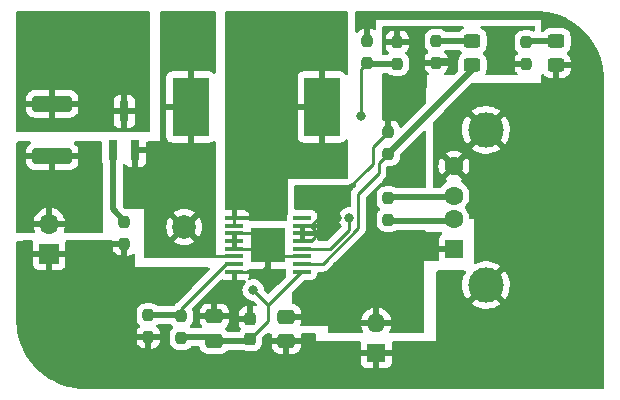
<source format=gbr>
%TF.GenerationSoftware,KiCad,Pcbnew,(6.0.7-1)-1*%
%TF.CreationDate,2023-01-16T13:52:53-08:00*%
%TF.ProjectId,updated_boost_USB_charger,75706461-7465-4645-9f62-6f6f73745f55,rev?*%
%TF.SameCoordinates,Original*%
%TF.FileFunction,Copper,L1,Top*%
%TF.FilePolarity,Positive*%
%FSLAX46Y46*%
G04 Gerber Fmt 4.6, Leading zero omitted, Abs format (unit mm)*
G04 Created by KiCad (PCBNEW (6.0.7-1)-1) date 2023-01-16 13:52:53*
%MOMM*%
%LPD*%
G01*
G04 APERTURE LIST*
G04 Aperture macros list*
%AMRoundRect*
0 Rectangle with rounded corners*
0 $1 Rounding radius*
0 $2 $3 $4 $5 $6 $7 $8 $9 X,Y pos of 4 corners*
0 Add a 4 corners polygon primitive as box body*
4,1,4,$2,$3,$4,$5,$6,$7,$8,$9,$2,$3,0*
0 Add four circle primitives for the rounded corners*
1,1,$1+$1,$2,$3*
1,1,$1+$1,$4,$5*
1,1,$1+$1,$6,$7*
1,1,$1+$1,$8,$9*
0 Add four rect primitives between the rounded corners*
20,1,$1+$1,$2,$3,$4,$5,0*
20,1,$1+$1,$4,$5,$6,$7,0*
20,1,$1+$1,$6,$7,$8,$9,0*
20,1,$1+$1,$8,$9,$2,$3,0*%
G04 Aperture macros list end*
%TA.AperFunction,SMDPad,CuDef*%
%ADD10RoundRect,0.100000X-0.675000X-0.100000X0.675000X-0.100000X0.675000X0.100000X-0.675000X0.100000X0*%
%TD*%
%TA.AperFunction,ComponentPad*%
%ADD11C,0.600000*%
%TD*%
%TA.AperFunction,SMDPad,CuDef*%
%ADD12R,3.000000X3.000000*%
%TD*%
%TA.AperFunction,SMDPad,CuDef*%
%ADD13RoundRect,0.237500X-0.237500X0.250000X-0.237500X-0.250000X0.237500X-0.250000X0.237500X0.250000X0*%
%TD*%
%TA.AperFunction,ComponentPad*%
%ADD14O,1.700000X1.700000*%
%TD*%
%TA.AperFunction,ComponentPad*%
%ADD15R,1.700000X1.700000*%
%TD*%
%TA.AperFunction,SMDPad,CuDef*%
%ADD16RoundRect,0.250000X0.475000X-0.337500X0.475000X0.337500X-0.475000X0.337500X-0.475000X-0.337500X0*%
%TD*%
%TA.AperFunction,SMDPad,CuDef*%
%ADD17R,0.800000X1.800000*%
%TD*%
%TA.AperFunction,ComponentPad*%
%ADD18O,1.600000X1.600000*%
%TD*%
%TA.AperFunction,ComponentPad*%
%ADD19R,1.600000X1.600000*%
%TD*%
%TA.AperFunction,SMDPad,CuDef*%
%ADD20RoundRect,0.237500X0.237500X-0.250000X0.237500X0.250000X-0.237500X0.250000X-0.237500X-0.250000X0*%
%TD*%
%TA.AperFunction,ComponentPad*%
%ADD21C,2.000000*%
%TD*%
%TA.AperFunction,SMDPad,CuDef*%
%ADD22RoundRect,0.237500X0.237500X-0.300000X0.237500X0.300000X-0.237500X0.300000X-0.237500X-0.300000X0*%
%TD*%
%TA.AperFunction,SMDPad,CuDef*%
%ADD23RoundRect,0.250000X0.450000X-0.325000X0.450000X0.325000X-0.450000X0.325000X-0.450000X-0.325000X0*%
%TD*%
%TA.AperFunction,SMDPad,CuDef*%
%ADD24RoundRect,0.250000X-0.475000X0.337500X-0.475000X-0.337500X0.475000X-0.337500X0.475000X0.337500X0*%
%TD*%
%TA.AperFunction,SMDPad,CuDef*%
%ADD25R,3.100000X5.000000*%
%TD*%
%TA.AperFunction,SMDPad,CuDef*%
%ADD26RoundRect,0.250000X-1.450000X0.400000X-1.450000X-0.400000X1.450000X-0.400000X1.450000X0.400000X0*%
%TD*%
%TA.AperFunction,ComponentPad*%
%ADD27R,1.500000X1.600000*%
%TD*%
%TA.AperFunction,ComponentPad*%
%ADD28C,1.600000*%
%TD*%
%TA.AperFunction,ComponentPad*%
%ADD29C,3.000000*%
%TD*%
%TA.AperFunction,ViaPad*%
%ADD30C,0.800000*%
%TD*%
%TA.AperFunction,Conductor*%
%ADD31C,0.254000*%
%TD*%
%TA.AperFunction,Conductor*%
%ADD32C,0.508000*%
%TD*%
G04 APERTURE END LIST*
D10*
%TO.P,U1,1,SW*%
%TO.N,Net-(L1-Pad2)*%
X106599000Y-107580000D03*
%TO.P,U1,2,SW*%
X106599000Y-108230000D03*
%TO.P,U1,3,PGND*%
%TO.N,GND*%
X106599000Y-108880000D03*
%TO.P,U1,4,PGND*%
X106599000Y-109530000D03*
%TO.P,U1,5,PGND*%
X106599000Y-110180000D03*
%TO.P,U1,6,VBAT*%
%TO.N,/V_BAT*%
X106599000Y-110830000D03*
%TO.P,U1,7,LBI*%
%TO.N,Net-(R2-Pad2)*%
X106599000Y-111480000D03*
%TO.P,U1,8,SYNC*%
%TO.N,GND*%
X106599000Y-112130000D03*
%TO.P,U1,9,EN*%
%TO.N,/V_BAT*%
X112349000Y-112130000D03*
%TO.P,U1,10,LBO*%
%TO.N,/LBO*%
X112349000Y-111480000D03*
%TO.P,U1,11,GND*%
%TO.N,GND*%
X112349000Y-110830000D03*
%TO.P,U1,12,FB*%
%TO.N,Net-(R4-Pad2)*%
X112349000Y-110180000D03*
%TO.P,U1,13,VOUT*%
%TO.N,+5V*%
X112349000Y-109530000D03*
%TO.P,U1,14,VOUT*%
X112349000Y-108880000D03*
%TO.P,U1,15,VOUT*%
X112349000Y-108230000D03*
%TO.P,U1,16,NC*%
%TO.N,unconnected-(U1-Pad16)*%
X112349000Y-107580000D03*
D11*
%TO.P,U1,17,PPAD*%
%TO.N,GND*%
X108274000Y-111055000D03*
X108274000Y-108655000D03*
X110674000Y-108655000D03*
X110674000Y-111055000D03*
D12*
X109474000Y-109855000D03*
%TD*%
D13*
%TO.P,R1,1*%
%TO.N,Net-(Q1-Pad1)*%
X97282000Y-107926500D03*
%TO.P,R1,2*%
%TO.N,GND*%
X97282000Y-109751500D03*
%TD*%
D14*
%TO.P,BT1,1,+*%
%TO.N,Net-(BT1-Pad1)*%
X90932000Y-108072000D03*
D15*
%TO.P,BT1,2,-*%
%TO.N,GND*%
X90932000Y-110612000D03*
%TD*%
D16*
%TO.P,C1,1*%
%TO.N,/V_BAT*%
X104902000Y-117983000D03*
%TO.P,C1,2*%
%TO.N,GND*%
X104902000Y-115908000D03*
%TD*%
D17*
%TO.P,Q1,1,G*%
%TO.N,Net-(Q1-Pad1)*%
X96332000Y-101853000D03*
%TO.P,Q1,2,S*%
%TO.N,/V_BAT*%
X98232000Y-101853000D03*
%TO.P,Q1,3,D*%
%TO.N,Net-(F1-Pad1)*%
X97282000Y-98553000D03*
%TD*%
D18*
%TO.P,C4,1*%
%TO.N,+5V*%
X118618000Y-116459000D03*
D19*
%TO.P,C4,2*%
%TO.N,GND*%
X118618000Y-118959000D03*
%TD*%
D20*
%TO.P,R7,1*%
%TO.N,+5V*%
X131318000Y-94511500D03*
%TO.P,R7,2*%
%TO.N,Net-(D1_GRN1-Pad2)*%
X131318000Y-92686500D03*
%TD*%
D13*
%TO.P,R6,1*%
%TO.N,+5V*%
X119634000Y-100306500D03*
%TO.P,R6,2*%
%TO.N,/LBO*%
X119634000Y-102131500D03*
%TD*%
D20*
%TO.P,R8,1*%
%TO.N,+5V*%
X123698000Y-94408000D03*
%TO.P,R8,2*%
%TO.N,Net-(D2_RED1-Pad2)*%
X123698000Y-92583000D03*
%TD*%
D13*
%TO.P,R3,1*%
%TO.N,Net-(R2-Pad2)*%
X99314000Y-115800500D03*
%TO.P,R3,2*%
%TO.N,GND*%
X99314000Y-117625500D03*
%TD*%
D20*
%TO.P,R2,1*%
%TO.N,/V_BAT*%
X102108000Y-117726000D03*
%TO.P,R2,2*%
%TO.N,Net-(R2-Pad2)*%
X102108000Y-115901000D03*
%TD*%
%TO.P,R5,1*%
%TO.N,Net-(R4-Pad2)*%
X117856000Y-94408000D03*
%TO.P,R5,2*%
%TO.N,GND*%
X117856000Y-92583000D03*
%TD*%
D21*
%TO.P,Test Point,1*%
%TO.N,/V_BAT*%
X102362000Y-108331000D03*
%TD*%
D22*
%TO.P,C2,1*%
%TO.N,/V_BAT*%
X107950000Y-117808000D03*
%TO.P,C2,2*%
%TO.N,GND*%
X107950000Y-116083000D03*
%TD*%
D13*
%TO.P,R4,1*%
%TO.N,+5V*%
X120396000Y-92686500D03*
%TO.P,R4,2*%
%TO.N,Net-(R4-Pad2)*%
X120396000Y-94511500D03*
%TD*%
D20*
%TO.P,R9,1*%
%TO.N,Net-(J1-Pad2)*%
X119634000Y-107719500D03*
%TO.P,R9,2*%
%TO.N,Net-(J1-Pad3)*%
X119634000Y-105894500D03*
%TD*%
D23*
%TO.P,D2,1,K*%
%TO.N,/LBO*%
X126746000Y-94624000D03*
%TO.P,D2,2,A*%
%TO.N,Net-(D2_RED1-Pad2)*%
X126746000Y-92574000D03*
%TD*%
D24*
%TO.P,C3,1*%
%TO.N,+5V*%
X110998000Y-115929500D03*
%TO.P,C3,2*%
%TO.N,GND*%
X110998000Y-118004500D03*
%TD*%
D25*
%TO.P,L1,1,1*%
%TO.N,/V_BAT*%
X102908000Y-98171000D03*
%TO.P,L1,2,2*%
%TO.N,Net-(L1-Pad2)*%
X114008000Y-98171000D03*
%TD*%
D23*
%TO.P,D1,1,K*%
%TO.N,GND*%
X133858000Y-94624000D03*
%TO.P,D1,2,A*%
%TO.N,Net-(D1_GRN1-Pad2)*%
X133858000Y-92574000D03*
%TD*%
D26*
%TO.P,F1,1*%
%TO.N,Net-(F1-Pad1)*%
X91186000Y-97912000D03*
%TO.P,F1,2*%
%TO.N,Net-(BT1-Pad1)*%
X91186000Y-102362000D03*
%TD*%
D27*
%TO.P,J1,1,VBUS*%
%TO.N,+5V*%
X125196000Y-110180000D03*
D28*
%TO.P,J1,2,D-*%
%TO.N,Net-(J1-Pad2)*%
X125196000Y-107680000D03*
%TO.P,J1,3,D+*%
%TO.N,Net-(J1-Pad3)*%
X125196000Y-105680000D03*
%TO.P,J1,4,GND*%
%TO.N,GND*%
X125196000Y-103180000D03*
D29*
%TO.P,J1,5,Shield*%
X127906000Y-100110000D03*
X127906000Y-113250000D03*
%TD*%
D30*
%TO.N,GND*%
X106299000Y-120523000D03*
X96774000Y-120523000D03*
X89281000Y-115443000D03*
X136398000Y-106807000D03*
X125222000Y-115951000D03*
X136398000Y-115951000D03*
X113284000Y-120523000D03*
X136398000Y-98171000D03*
%TO.N,/V_BAT*%
X108204000Y-113665000D03*
X104140000Y-110109000D03*
%TO.N,+5V*%
X115316000Y-111633000D03*
X129794000Y-94107000D03*
X125222000Y-94107000D03*
X115326783Y-107563286D03*
%TO.N,Net-(R4-Pad2)*%
X116326286Y-107563286D03*
X117348000Y-98933000D03*
%TD*%
D31*
%TO.N,GND*%
X110449000Y-110830000D02*
X112349000Y-110830000D01*
X106598999Y-108879996D02*
X106598999Y-109530007D01*
X108483400Y-108864400D02*
X106614595Y-108864400D01*
X106598999Y-112130002D02*
X108851395Y-112130002D01*
X106598999Y-109530007D02*
X106598999Y-110179993D01*
X109474000Y-109855000D02*
X110449000Y-110830000D01*
X109474000Y-109855000D02*
X108483400Y-108864400D01*
X109143800Y-110185200D02*
X106604206Y-110185200D01*
X108851395Y-112130002D02*
X109474000Y-111507397D01*
X109474000Y-111507397D02*
X109474000Y-109855000D01*
X109143800Y-110185200D02*
X109474000Y-109855000D01*
%TO.N,/V_BAT*%
X109474000Y-114935000D02*
X112279000Y-112130000D01*
X104140000Y-110109000D02*
X104861000Y-110830000D01*
X109474000Y-116284000D02*
X109474000Y-114935000D01*
D32*
X104595000Y-117676000D02*
X104902000Y-117983000D01*
X107775000Y-117983000D02*
X107950000Y-117808000D01*
X102108000Y-117676000D02*
X104595000Y-117676000D01*
X104902000Y-117983000D02*
X107775000Y-117983000D01*
D31*
X108204000Y-113665000D02*
X109474000Y-114935000D01*
X104861000Y-110830000D02*
X106599000Y-110830000D01*
X112279000Y-112130000D02*
X112349000Y-112130000D01*
X107950000Y-117808000D02*
X109474000Y-116284000D01*
%TO.N,+5V*%
X113077183Y-109530007D02*
X113450520Y-109156670D01*
X118310190Y-102997000D02*
X118364000Y-102997000D01*
X114824497Y-107061000D02*
X114246190Y-107061000D01*
X113077190Y-108230000D02*
X113892095Y-107415095D01*
X113450520Y-109156670D02*
X113450520Y-108603330D01*
X131318000Y-94511500D02*
X130198500Y-94511500D01*
X125222000Y-94107000D02*
X123999000Y-94107000D01*
X130198500Y-94511500D02*
X129794000Y-94107000D01*
X111527500Y-115929500D02*
X110998000Y-115929500D01*
X112349001Y-109530007D02*
X113077183Y-109530007D01*
X113892095Y-107415095D02*
X118310190Y-102997000D01*
X115326783Y-107563286D02*
X114824497Y-107061000D01*
X118364000Y-102997000D02*
X118364000Y-101576500D01*
X113450520Y-108603330D02*
X113077190Y-108230000D01*
X123999000Y-94107000D02*
X123698000Y-94408000D01*
X118364000Y-101576500D02*
X119634000Y-100306500D01*
X112349000Y-108230000D02*
X113077190Y-108230000D01*
D32*
X119176000Y-116459000D02*
X118618000Y-116459000D01*
%TO.N,Net-(D1_GRN1-Pad2)*%
X133858000Y-92574000D02*
X131430500Y-92574000D01*
X131430500Y-92574000D02*
X131318000Y-92686500D01*
%TO.N,Net-(J1-Pad2)*%
X119634000Y-107719500D02*
X119721500Y-107807000D01*
X119721500Y-107807000D02*
X125069000Y-107807000D01*
X125069000Y-107807000D02*
X125196000Y-107680000D01*
%TO.N,Net-(J1-Pad3)*%
X119634000Y-105894500D02*
X119721500Y-105807000D01*
X125069000Y-105807000D02*
X125196000Y-105680000D01*
X119721500Y-105807000D02*
X125069000Y-105807000D01*
%TO.N,/LBO*%
X126746000Y-94624000D02*
X126746000Y-95019500D01*
D31*
X118832480Y-102933020D02*
X118832480Y-103798520D01*
X117094000Y-108458000D02*
X114072000Y-111480000D01*
X119634000Y-102131500D02*
X118832480Y-102933020D01*
X117094000Y-105537000D02*
X117094000Y-108458000D01*
X118832480Y-103798520D02*
X117094000Y-105537000D01*
X114072000Y-111480000D02*
X112349000Y-111480000D01*
D32*
X126746000Y-95019500D02*
X119634000Y-102131500D01*
%TO.N,Net-(D2_RED1-Pad2)*%
X123698000Y-92583000D02*
X126737000Y-92583000D01*
X126737000Y-92583000D02*
X126746000Y-92574000D01*
D31*
%TO.N,Net-(L1-Pad2)*%
X106599000Y-107580000D02*
X106598999Y-108230010D01*
D32*
%TO.N,Net-(Q1-Pad1)*%
X96332000Y-101853000D02*
X96332000Y-106851500D01*
X96332000Y-106851500D02*
X97282000Y-107801500D01*
D31*
%TO.N,Net-(R2-Pad2)*%
X102108000Y-115242810D02*
X105870810Y-111480000D01*
D32*
X99314000Y-115800500D02*
X101957500Y-115800500D01*
X101957500Y-115800500D02*
X102108000Y-115951000D01*
D31*
X105870810Y-111480000D02*
X106599000Y-111480000D01*
X102108000Y-115951000D02*
X102108000Y-115242810D01*
%TO.N,Net-(R4-Pad2)*%
X114730626Y-110180000D02*
X112349000Y-110180000D01*
X116326286Y-107563286D02*
X116326286Y-108584340D01*
D32*
X120396000Y-94511500D02*
X117959500Y-94511500D01*
D31*
X117348000Y-94916000D02*
X117856000Y-94408000D01*
X116326286Y-108584340D02*
X114730626Y-110180000D01*
D32*
X117959500Y-94511500D02*
X117856000Y-94408000D01*
D31*
X117348000Y-98933000D02*
X117348000Y-94916000D01*
%TD*%
%TA.AperFunction,Conductor*%
%TO.N,Net-(L1-Pad2)*%
G36*
X116147121Y-90063502D02*
G01*
X116193614Y-90117158D01*
X116205000Y-90169500D01*
X116205000Y-95308947D01*
X116184998Y-95377068D01*
X116131342Y-95423561D01*
X116061068Y-95433665D01*
X115996488Y-95404171D01*
X115978173Y-95384512D01*
X115926281Y-95315272D01*
X115913724Y-95302715D01*
X115811649Y-95226214D01*
X115796054Y-95217676D01*
X115675606Y-95172522D01*
X115660351Y-95168895D01*
X115609486Y-95163369D01*
X115602672Y-95163000D01*
X114280115Y-95163000D01*
X114264876Y-95167475D01*
X114263671Y-95168865D01*
X114262000Y-95176548D01*
X114262000Y-101160884D01*
X114266475Y-101176123D01*
X114267865Y-101177328D01*
X114275548Y-101178999D01*
X115602669Y-101178999D01*
X115609490Y-101178629D01*
X115660352Y-101173105D01*
X115675604Y-101169479D01*
X115796054Y-101124324D01*
X115811649Y-101115786D01*
X115913724Y-101039285D01*
X115926281Y-101026728D01*
X115978173Y-100957488D01*
X116035033Y-100914973D01*
X116105851Y-100909947D01*
X116168145Y-100944007D01*
X116202135Y-101006338D01*
X116205000Y-101033053D01*
X116205000Y-104141000D01*
X116184998Y-104209121D01*
X116131342Y-104255614D01*
X116079000Y-104267000D01*
X111125000Y-104267000D01*
X111125000Y-107190253D01*
X111115409Y-107238470D01*
X111081162Y-107321150D01*
X111065500Y-107440115D01*
X111065501Y-107563286D01*
X111065501Y-107670941D01*
X111045499Y-107739062D01*
X110991844Y-107785555D01*
X110939055Y-107796941D01*
X107895084Y-107786159D01*
X107860750Y-107781265D01*
X107856345Y-107780000D01*
X106817115Y-107780000D01*
X106809237Y-107782313D01*
X106399000Y-107780860D01*
X106399000Y-107361885D01*
X106799000Y-107361885D01*
X106803475Y-107377124D01*
X106804865Y-107378329D01*
X106812548Y-107380000D01*
X107855965Y-107380000D01*
X107869736Y-107375956D01*
X107871765Y-107362417D01*
X107867428Y-107329467D01*
X107863190Y-107313652D01*
X107808247Y-107181007D01*
X107800059Y-107166824D01*
X107712656Y-107052920D01*
X107701080Y-107041344D01*
X107587176Y-106953941D01*
X107572993Y-106945753D01*
X107440350Y-106890810D01*
X107424532Y-106886572D01*
X107317934Y-106872538D01*
X107309725Y-106872000D01*
X106817115Y-106872000D01*
X106801876Y-106876475D01*
X106800671Y-106877865D01*
X106799000Y-106885548D01*
X106799000Y-107361885D01*
X106399000Y-107361885D01*
X106399000Y-106890116D01*
X106394525Y-106874877D01*
X106393135Y-106873672D01*
X106385452Y-106872001D01*
X105897562Y-106872001D01*
X105829441Y-106851999D01*
X105782948Y-106798343D01*
X105771562Y-106745795D01*
X105775610Y-104272865D01*
X105781431Y-100715669D01*
X111950001Y-100715669D01*
X111950371Y-100722490D01*
X111955895Y-100773352D01*
X111959521Y-100788604D01*
X112004676Y-100909054D01*
X112013214Y-100924649D01*
X112089715Y-101026724D01*
X112102276Y-101039285D01*
X112204351Y-101115786D01*
X112219946Y-101124324D01*
X112340394Y-101169478D01*
X112355649Y-101173105D01*
X112406514Y-101178631D01*
X112413328Y-101179000D01*
X113735885Y-101179000D01*
X113751124Y-101174525D01*
X113752329Y-101173135D01*
X113754000Y-101165452D01*
X113754000Y-98443115D01*
X113749525Y-98427876D01*
X113748135Y-98426671D01*
X113740452Y-98425000D01*
X111968116Y-98425000D01*
X111952877Y-98429475D01*
X111951672Y-98430865D01*
X111950001Y-98438548D01*
X111950001Y-100715669D01*
X105781431Y-100715669D01*
X105786041Y-97898885D01*
X111950000Y-97898885D01*
X111954475Y-97914124D01*
X111955865Y-97915329D01*
X111963548Y-97917000D01*
X113735885Y-97917000D01*
X113751124Y-97912525D01*
X113752329Y-97911135D01*
X113754000Y-97903452D01*
X113754000Y-95181116D01*
X113749525Y-95165877D01*
X113748135Y-95164672D01*
X113740452Y-95163001D01*
X112413331Y-95163001D01*
X112406510Y-95163371D01*
X112355648Y-95168895D01*
X112340396Y-95172521D01*
X112219946Y-95217676D01*
X112204351Y-95226214D01*
X112102276Y-95302715D01*
X112089715Y-95315276D01*
X112013214Y-95417351D01*
X112004676Y-95432946D01*
X111959522Y-95553394D01*
X111955895Y-95568649D01*
X111950369Y-95619514D01*
X111950000Y-95626328D01*
X111950000Y-97898885D01*
X105786041Y-97898885D01*
X105791000Y-94869000D01*
X105791000Y-90169500D01*
X105811002Y-90101379D01*
X105864658Y-90054886D01*
X105917000Y-90043500D01*
X116079000Y-90043500D01*
X116147121Y-90063502D01*
G37*
%TD.AperFunction*%
%TD*%
%TA.AperFunction,Conductor*%
%TO.N,Net-(BT1-Pad1)*%
G36*
X89326439Y-101112002D02*
G01*
X89372932Y-101165658D01*
X89383036Y-101235932D01*
X89353542Y-101300512D01*
X89324621Y-101325144D01*
X89268193Y-101360063D01*
X89256792Y-101369099D01*
X89142261Y-101483829D01*
X89133249Y-101495240D01*
X89048184Y-101633243D01*
X89042037Y-101646424D01*
X88990862Y-101800710D01*
X88987995Y-101814086D01*
X88978328Y-101908438D01*
X88978000Y-101914855D01*
X88978000Y-102089885D01*
X88982475Y-102105124D01*
X88983865Y-102106329D01*
X88991548Y-102108000D01*
X93375884Y-102108000D01*
X93391123Y-102103525D01*
X93392328Y-102102135D01*
X93393999Y-102094452D01*
X93393999Y-101914905D01*
X93393662Y-101908386D01*
X93383743Y-101812794D01*
X93380851Y-101799400D01*
X93329412Y-101645216D01*
X93323239Y-101632038D01*
X93237937Y-101494193D01*
X93228901Y-101482792D01*
X93114171Y-101368261D01*
X93102760Y-101359249D01*
X93047619Y-101325260D01*
X93000126Y-101272488D01*
X92988702Y-101202417D01*
X93016976Y-101137293D01*
X93075970Y-101097793D01*
X93113735Y-101092000D01*
X95297500Y-101092000D01*
X95365621Y-101112002D01*
X95412114Y-101165658D01*
X95423500Y-101218000D01*
X95423500Y-102801134D01*
X95430255Y-102863316D01*
X95481385Y-102999705D01*
X95486767Y-103006886D01*
X95488519Y-103010086D01*
X95504000Y-103070596D01*
X95504000Y-108713000D01*
X95483998Y-108781121D01*
X95430342Y-108827614D01*
X95378000Y-108839000D01*
X92270629Y-108839000D01*
X92202508Y-108818998D01*
X92156015Y-108765342D01*
X92145911Y-108695068D01*
X92157672Y-108657172D01*
X92196672Y-108578262D01*
X92200469Y-108568672D01*
X92262377Y-108364910D01*
X92264555Y-108354837D01*
X92265986Y-108343962D01*
X92263775Y-108329778D01*
X92250617Y-108326000D01*
X89615225Y-108326000D01*
X89601694Y-108329973D01*
X89600257Y-108339966D01*
X89630565Y-108474446D01*
X89633644Y-108484275D01*
X89707271Y-108665596D01*
X89714367Y-108736237D01*
X89682145Y-108799500D01*
X89620835Y-108835301D01*
X89590528Y-108839000D01*
X88264500Y-108839000D01*
X88196379Y-108818998D01*
X88149886Y-108765342D01*
X88138500Y-108713000D01*
X88138500Y-107806183D01*
X89596389Y-107806183D01*
X89597912Y-107814607D01*
X89610292Y-107818000D01*
X90659885Y-107818000D01*
X90675124Y-107813525D01*
X90676329Y-107812135D01*
X90678000Y-107804452D01*
X90678000Y-107799885D01*
X91186000Y-107799885D01*
X91190475Y-107815124D01*
X91191865Y-107816329D01*
X91199548Y-107818000D01*
X92250344Y-107818000D01*
X92263875Y-107814027D01*
X92265180Y-107804947D01*
X92223214Y-107637875D01*
X92219894Y-107628124D01*
X92134972Y-107432814D01*
X92130105Y-107423739D01*
X92014426Y-107244926D01*
X92008136Y-107236757D01*
X91864806Y-107079240D01*
X91857273Y-107072215D01*
X91690139Y-106940222D01*
X91681552Y-106934517D01*
X91495117Y-106831599D01*
X91485705Y-106827369D01*
X91284959Y-106756280D01*
X91274988Y-106753646D01*
X91203837Y-106740972D01*
X91190540Y-106742432D01*
X91186000Y-106756989D01*
X91186000Y-107799885D01*
X90678000Y-107799885D01*
X90678000Y-106755102D01*
X90674082Y-106741758D01*
X90659806Y-106739771D01*
X90621324Y-106745660D01*
X90611288Y-106748051D01*
X90408868Y-106814212D01*
X90399359Y-106818209D01*
X90210463Y-106916542D01*
X90201738Y-106922036D01*
X90031433Y-107049905D01*
X90023726Y-107056748D01*
X89876590Y-107210717D01*
X89870104Y-107218727D01*
X89750098Y-107394649D01*
X89745000Y-107403623D01*
X89655338Y-107596783D01*
X89651775Y-107606470D01*
X89596389Y-107806183D01*
X88138500Y-107806183D01*
X88138500Y-102809095D01*
X88978001Y-102809095D01*
X88978338Y-102815614D01*
X88988257Y-102911206D01*
X88991149Y-102924600D01*
X89042588Y-103078784D01*
X89048761Y-103091962D01*
X89134063Y-103229807D01*
X89143099Y-103241208D01*
X89257829Y-103355739D01*
X89269240Y-103364751D01*
X89407243Y-103449816D01*
X89420424Y-103455963D01*
X89574710Y-103507138D01*
X89588086Y-103510005D01*
X89682438Y-103519672D01*
X89688854Y-103520000D01*
X90913885Y-103520000D01*
X90929124Y-103515525D01*
X90930329Y-103514135D01*
X90932000Y-103506452D01*
X90932000Y-103501884D01*
X91440000Y-103501884D01*
X91444475Y-103517123D01*
X91445865Y-103518328D01*
X91453548Y-103519999D01*
X92683095Y-103519999D01*
X92689614Y-103519662D01*
X92785206Y-103509743D01*
X92798600Y-103506851D01*
X92952784Y-103455412D01*
X92965962Y-103449239D01*
X93103807Y-103363937D01*
X93115208Y-103354901D01*
X93229739Y-103240171D01*
X93238751Y-103228760D01*
X93323816Y-103090757D01*
X93329963Y-103077576D01*
X93381138Y-102923290D01*
X93384005Y-102909914D01*
X93393672Y-102815562D01*
X93394000Y-102809146D01*
X93394000Y-102634115D01*
X93389525Y-102618876D01*
X93388135Y-102617671D01*
X93380452Y-102616000D01*
X91458115Y-102616000D01*
X91442876Y-102620475D01*
X91441671Y-102621865D01*
X91440000Y-102629548D01*
X91440000Y-103501884D01*
X90932000Y-103501884D01*
X90932000Y-102634115D01*
X90927525Y-102618876D01*
X90926135Y-102617671D01*
X90918452Y-102616000D01*
X88996116Y-102616000D01*
X88980877Y-102620475D01*
X88979672Y-102621865D01*
X88978001Y-102629548D01*
X88978001Y-102809095D01*
X88138500Y-102809095D01*
X88138500Y-101218000D01*
X88158502Y-101149879D01*
X88212158Y-101103386D01*
X88264500Y-101092000D01*
X89258318Y-101092000D01*
X89326439Y-101112002D01*
G37*
%TD.AperFunction*%
%TD*%
%TA.AperFunction,Conductor*%
%TO.N,/V_BAT*%
G36*
X104971121Y-90063502D02*
G01*
X105017614Y-90117158D01*
X105029000Y-90169500D01*
X105029000Y-95213801D01*
X105008998Y-95281922D01*
X104955342Y-95328415D01*
X104885068Y-95338519D01*
X104820488Y-95309025D01*
X104813905Y-95302896D01*
X104813724Y-95302715D01*
X104711649Y-95226214D01*
X104696054Y-95217676D01*
X104575606Y-95172522D01*
X104560351Y-95168895D01*
X104509486Y-95163369D01*
X104502672Y-95163000D01*
X103180115Y-95163000D01*
X103164876Y-95167475D01*
X103163671Y-95168865D01*
X103162000Y-95176548D01*
X103162000Y-101160884D01*
X103166475Y-101176123D01*
X103167865Y-101177328D01*
X103175548Y-101178999D01*
X104502669Y-101178999D01*
X104509490Y-101178629D01*
X104560352Y-101173105D01*
X104575604Y-101169479D01*
X104696054Y-101124324D01*
X104711649Y-101115786D01*
X104813724Y-101039285D01*
X104813905Y-101039104D01*
X104814128Y-101038982D01*
X104820904Y-101033904D01*
X104821637Y-101034882D01*
X104876217Y-101005078D01*
X104947032Y-101010143D01*
X105003868Y-101052690D01*
X105028679Y-101119210D01*
X105029000Y-101128199D01*
X105029000Y-110872000D01*
X105008998Y-110940121D01*
X104955342Y-110986614D01*
X104903000Y-110998000D01*
X99059000Y-110998000D01*
X98990879Y-110977998D01*
X98944386Y-110924342D01*
X98933000Y-110872000D01*
X98933000Y-109563670D01*
X101494160Y-109563670D01*
X101499887Y-109571320D01*
X101671042Y-109676205D01*
X101679837Y-109680687D01*
X101889988Y-109767734D01*
X101899373Y-109770783D01*
X102120554Y-109823885D01*
X102130301Y-109825428D01*
X102357070Y-109843275D01*
X102366930Y-109843275D01*
X102593699Y-109825428D01*
X102603446Y-109823885D01*
X102824627Y-109770783D01*
X102834012Y-109767734D01*
X103044163Y-109680687D01*
X103052958Y-109676205D01*
X103220445Y-109573568D01*
X103229907Y-109563110D01*
X103226124Y-109554334D01*
X102374812Y-108703022D01*
X102360868Y-108695408D01*
X102359035Y-108695539D01*
X102352420Y-108699790D01*
X101500920Y-109551290D01*
X101494160Y-109563670D01*
X98933000Y-109563670D01*
X98933000Y-108335930D01*
X100849725Y-108335930D01*
X100867572Y-108562699D01*
X100869115Y-108572446D01*
X100922217Y-108793627D01*
X100925266Y-108803012D01*
X101012313Y-109013163D01*
X101016795Y-109021958D01*
X101119432Y-109189445D01*
X101129890Y-109198907D01*
X101138666Y-109195124D01*
X101989978Y-108343812D01*
X101996356Y-108332132D01*
X102726408Y-108332132D01*
X102726539Y-108333965D01*
X102730790Y-108340580D01*
X103582290Y-109192080D01*
X103594670Y-109198840D01*
X103602320Y-109193113D01*
X103707205Y-109021958D01*
X103711687Y-109013163D01*
X103798734Y-108803012D01*
X103801783Y-108793627D01*
X103854885Y-108572446D01*
X103856428Y-108562699D01*
X103874275Y-108335930D01*
X103874275Y-108326070D01*
X103856428Y-108099301D01*
X103854885Y-108089554D01*
X103801783Y-107868373D01*
X103798734Y-107858988D01*
X103711687Y-107648837D01*
X103707205Y-107640042D01*
X103604568Y-107472555D01*
X103594110Y-107463093D01*
X103585334Y-107466876D01*
X102734022Y-108318188D01*
X102726408Y-108332132D01*
X101996356Y-108332132D01*
X101997592Y-108329868D01*
X101997461Y-108328035D01*
X101993210Y-108321420D01*
X101141710Y-107469920D01*
X101129330Y-107463160D01*
X101121680Y-107468887D01*
X101016795Y-107640042D01*
X101012313Y-107648837D01*
X100925266Y-107858988D01*
X100922217Y-107868373D01*
X100869115Y-108089554D01*
X100867572Y-108099301D01*
X100849725Y-108326070D01*
X100849725Y-108335930D01*
X98933000Y-108335930D01*
X98933000Y-107098890D01*
X101494093Y-107098890D01*
X101497876Y-107107666D01*
X102349188Y-107958978D01*
X102363132Y-107966592D01*
X102364965Y-107966461D01*
X102371580Y-107962210D01*
X103223080Y-107110710D01*
X103229840Y-107098330D01*
X103224113Y-107090680D01*
X103052958Y-106985795D01*
X103044163Y-106981313D01*
X102834012Y-106894266D01*
X102824627Y-106891217D01*
X102603446Y-106838115D01*
X102593699Y-106836572D01*
X102366930Y-106818725D01*
X102357070Y-106818725D01*
X102130301Y-106836572D01*
X102120554Y-106838115D01*
X101899373Y-106891217D01*
X101889988Y-106894266D01*
X101679837Y-106981313D01*
X101671042Y-106985795D01*
X101503555Y-107088432D01*
X101494093Y-107098890D01*
X98933000Y-107098890D01*
X98933000Y-106807000D01*
X97418028Y-106807000D01*
X97349907Y-106786998D01*
X97328933Y-106770095D01*
X97191905Y-106633067D01*
X97157879Y-106570755D01*
X97155000Y-106543972D01*
X97155000Y-103078528D01*
X97175002Y-103010407D01*
X97180172Y-103002965D01*
X97181485Y-103001213D01*
X97238344Y-102958697D01*
X97309162Y-102953670D01*
X97371456Y-102987728D01*
X97383139Y-103001211D01*
X97463715Y-103108724D01*
X97476276Y-103121285D01*
X97578351Y-103197786D01*
X97593946Y-103206324D01*
X97714394Y-103251478D01*
X97729649Y-103255105D01*
X97780514Y-103260631D01*
X97787328Y-103261000D01*
X97959885Y-103261000D01*
X97975124Y-103256525D01*
X97976329Y-103255135D01*
X97978000Y-103247452D01*
X97978000Y-103242884D01*
X98486000Y-103242884D01*
X98490475Y-103258123D01*
X98491865Y-103259328D01*
X98499548Y-103260999D01*
X98676669Y-103260999D01*
X98683490Y-103260629D01*
X98734352Y-103255105D01*
X98749604Y-103251479D01*
X98870054Y-103206324D01*
X98885649Y-103197786D01*
X98987724Y-103121285D01*
X99000285Y-103108724D01*
X99076786Y-103006649D01*
X99085324Y-102991054D01*
X99130478Y-102870606D01*
X99134105Y-102855351D01*
X99139631Y-102804486D01*
X99140000Y-102797672D01*
X99140000Y-102125115D01*
X99135525Y-102109876D01*
X99134135Y-102108671D01*
X99126452Y-102107000D01*
X98504115Y-102107000D01*
X98488876Y-102111475D01*
X98487671Y-102112865D01*
X98486000Y-102120548D01*
X98486000Y-103242884D01*
X97978000Y-103242884D01*
X97978000Y-101725000D01*
X97998002Y-101656879D01*
X98051658Y-101610386D01*
X98104000Y-101599000D01*
X99121884Y-101599000D01*
X99137123Y-101594525D01*
X99138328Y-101593135D01*
X99139999Y-101585452D01*
X99139999Y-101218000D01*
X99160001Y-101149879D01*
X99213657Y-101103386D01*
X99265999Y-101092000D01*
X100330000Y-101092000D01*
X100330000Y-100715669D01*
X100850001Y-100715669D01*
X100850371Y-100722490D01*
X100855895Y-100773352D01*
X100859521Y-100788604D01*
X100904676Y-100909054D01*
X100913214Y-100924649D01*
X100989715Y-101026724D01*
X101002276Y-101039285D01*
X101104351Y-101115786D01*
X101119946Y-101124324D01*
X101240394Y-101169478D01*
X101255649Y-101173105D01*
X101306514Y-101178631D01*
X101313328Y-101179000D01*
X102635885Y-101179000D01*
X102651124Y-101174525D01*
X102652329Y-101173135D01*
X102654000Y-101165452D01*
X102654000Y-98443115D01*
X102649525Y-98427876D01*
X102648135Y-98426671D01*
X102640452Y-98425000D01*
X100868116Y-98425000D01*
X100852877Y-98429475D01*
X100851672Y-98430865D01*
X100850001Y-98438548D01*
X100850001Y-100715669D01*
X100330000Y-100715669D01*
X100330000Y-97898885D01*
X100850000Y-97898885D01*
X100854475Y-97914124D01*
X100855865Y-97915329D01*
X100863548Y-97917000D01*
X102635885Y-97917000D01*
X102651124Y-97912525D01*
X102652329Y-97911135D01*
X102654000Y-97903452D01*
X102654000Y-95181116D01*
X102649525Y-95165877D01*
X102648135Y-95164672D01*
X102640452Y-95163001D01*
X101313331Y-95163001D01*
X101306510Y-95163371D01*
X101255648Y-95168895D01*
X101240396Y-95172521D01*
X101119946Y-95217676D01*
X101104351Y-95226214D01*
X101002276Y-95302715D01*
X100989715Y-95315276D01*
X100913214Y-95417351D01*
X100904676Y-95432946D01*
X100859522Y-95553394D01*
X100855895Y-95568649D01*
X100850369Y-95619514D01*
X100850000Y-95626328D01*
X100850000Y-97898885D01*
X100330000Y-97898885D01*
X100330000Y-90169500D01*
X100350002Y-90101379D01*
X100403658Y-90054886D01*
X100456000Y-90043500D01*
X104903000Y-90043500D01*
X104971121Y-90063502D01*
G37*
%TD.AperFunction*%
%TD*%
%TA.AperFunction,Conductor*%
%TO.N,Net-(F1-Pad1)*%
G36*
X99383121Y-90063502D02*
G01*
X99429614Y-90117158D01*
X99441000Y-90169500D01*
X99441000Y-100204000D01*
X99420998Y-100272121D01*
X99367342Y-100318614D01*
X99315000Y-100330000D01*
X88264500Y-100330000D01*
X88196379Y-100309998D01*
X88149886Y-100256342D01*
X88138500Y-100204000D01*
X88138500Y-99497669D01*
X96374001Y-99497669D01*
X96374371Y-99504490D01*
X96379895Y-99555352D01*
X96383521Y-99570604D01*
X96428676Y-99691054D01*
X96437214Y-99706649D01*
X96513715Y-99808724D01*
X96526276Y-99821285D01*
X96628351Y-99897786D01*
X96643946Y-99906324D01*
X96764394Y-99951478D01*
X96779649Y-99955105D01*
X96830514Y-99960631D01*
X96837328Y-99961000D01*
X97009885Y-99961000D01*
X97025124Y-99956525D01*
X97026329Y-99955135D01*
X97028000Y-99947452D01*
X97028000Y-99942884D01*
X97536000Y-99942884D01*
X97540475Y-99958123D01*
X97541865Y-99959328D01*
X97549548Y-99960999D01*
X97726669Y-99960999D01*
X97733490Y-99960629D01*
X97784352Y-99955105D01*
X97799604Y-99951479D01*
X97920054Y-99906324D01*
X97935649Y-99897786D01*
X98037724Y-99821285D01*
X98050285Y-99808724D01*
X98126786Y-99706649D01*
X98135324Y-99691054D01*
X98180478Y-99570606D01*
X98184105Y-99555351D01*
X98189631Y-99504486D01*
X98190000Y-99497672D01*
X98190000Y-98825115D01*
X98185525Y-98809876D01*
X98184135Y-98808671D01*
X98176452Y-98807000D01*
X97554115Y-98807000D01*
X97538876Y-98811475D01*
X97537671Y-98812865D01*
X97536000Y-98820548D01*
X97536000Y-99942884D01*
X97028000Y-99942884D01*
X97028000Y-98825115D01*
X97023525Y-98809876D01*
X97022135Y-98808671D01*
X97014452Y-98807000D01*
X96392116Y-98807000D01*
X96376877Y-98811475D01*
X96375672Y-98812865D01*
X96374001Y-98820548D01*
X96374001Y-99497669D01*
X88138500Y-99497669D01*
X88138500Y-98359095D01*
X88978001Y-98359095D01*
X88978338Y-98365614D01*
X88988257Y-98461206D01*
X88991149Y-98474600D01*
X89042588Y-98628784D01*
X89048761Y-98641962D01*
X89134063Y-98779807D01*
X89143099Y-98791208D01*
X89257829Y-98905739D01*
X89269240Y-98914751D01*
X89407243Y-98999816D01*
X89420424Y-99005963D01*
X89574710Y-99057138D01*
X89588086Y-99060005D01*
X89682438Y-99069672D01*
X89688854Y-99070000D01*
X90913885Y-99070000D01*
X90929124Y-99065525D01*
X90930329Y-99064135D01*
X90932000Y-99056452D01*
X90932000Y-99051884D01*
X91440000Y-99051884D01*
X91444475Y-99067123D01*
X91445865Y-99068328D01*
X91453548Y-99069999D01*
X92683095Y-99069999D01*
X92689614Y-99069662D01*
X92785206Y-99059743D01*
X92798600Y-99056851D01*
X92952784Y-99005412D01*
X92965962Y-98999239D01*
X93103807Y-98913937D01*
X93115208Y-98904901D01*
X93229739Y-98790171D01*
X93238751Y-98778760D01*
X93323816Y-98640757D01*
X93329963Y-98627576D01*
X93381138Y-98473290D01*
X93384005Y-98459914D01*
X93393672Y-98365562D01*
X93394000Y-98359146D01*
X93394000Y-98280885D01*
X96374000Y-98280885D01*
X96378475Y-98296124D01*
X96379865Y-98297329D01*
X96387548Y-98299000D01*
X97009885Y-98299000D01*
X97025124Y-98294525D01*
X97026329Y-98293135D01*
X97028000Y-98285452D01*
X97028000Y-98280885D01*
X97536000Y-98280885D01*
X97540475Y-98296124D01*
X97541865Y-98297329D01*
X97549548Y-98299000D01*
X98171884Y-98299000D01*
X98187123Y-98294525D01*
X98188328Y-98293135D01*
X98189999Y-98285452D01*
X98189999Y-97608331D01*
X98189629Y-97601510D01*
X98184105Y-97550648D01*
X98180479Y-97535396D01*
X98135324Y-97414946D01*
X98126786Y-97399351D01*
X98050285Y-97297276D01*
X98037724Y-97284715D01*
X97935649Y-97208214D01*
X97920054Y-97199676D01*
X97799606Y-97154522D01*
X97784351Y-97150895D01*
X97733486Y-97145369D01*
X97726672Y-97145000D01*
X97554115Y-97145000D01*
X97538876Y-97149475D01*
X97537671Y-97150865D01*
X97536000Y-97158548D01*
X97536000Y-98280885D01*
X97028000Y-98280885D01*
X97028000Y-97163116D01*
X97023525Y-97147877D01*
X97022135Y-97146672D01*
X97014452Y-97145001D01*
X96837331Y-97145001D01*
X96830510Y-97145371D01*
X96779648Y-97150895D01*
X96764396Y-97154521D01*
X96643946Y-97199676D01*
X96628351Y-97208214D01*
X96526276Y-97284715D01*
X96513715Y-97297276D01*
X96437214Y-97399351D01*
X96428676Y-97414946D01*
X96383522Y-97535394D01*
X96379895Y-97550649D01*
X96374369Y-97601514D01*
X96374000Y-97608328D01*
X96374000Y-98280885D01*
X93394000Y-98280885D01*
X93394000Y-98184115D01*
X93389525Y-98168876D01*
X93388135Y-98167671D01*
X93380452Y-98166000D01*
X91458115Y-98166000D01*
X91442876Y-98170475D01*
X91441671Y-98171865D01*
X91440000Y-98179548D01*
X91440000Y-99051884D01*
X90932000Y-99051884D01*
X90932000Y-98184115D01*
X90927525Y-98168876D01*
X90926135Y-98167671D01*
X90918452Y-98166000D01*
X88996116Y-98166000D01*
X88980877Y-98170475D01*
X88979672Y-98171865D01*
X88978001Y-98179548D01*
X88978001Y-98359095D01*
X88138500Y-98359095D01*
X88138500Y-97639885D01*
X88978000Y-97639885D01*
X88982475Y-97655124D01*
X88983865Y-97656329D01*
X88991548Y-97658000D01*
X90913885Y-97658000D01*
X90929124Y-97653525D01*
X90930329Y-97652135D01*
X90932000Y-97644452D01*
X90932000Y-97639885D01*
X91440000Y-97639885D01*
X91444475Y-97655124D01*
X91445865Y-97656329D01*
X91453548Y-97658000D01*
X93375884Y-97658000D01*
X93391123Y-97653525D01*
X93392328Y-97652135D01*
X93393999Y-97644452D01*
X93393999Y-97464905D01*
X93393662Y-97458386D01*
X93383743Y-97362794D01*
X93380851Y-97349400D01*
X93329412Y-97195216D01*
X93323239Y-97182038D01*
X93237937Y-97044193D01*
X93228901Y-97032792D01*
X93114171Y-96918261D01*
X93102760Y-96909249D01*
X92964757Y-96824184D01*
X92951576Y-96818037D01*
X92797290Y-96766862D01*
X92783914Y-96763995D01*
X92689562Y-96754328D01*
X92683145Y-96754000D01*
X91458115Y-96754000D01*
X91442876Y-96758475D01*
X91441671Y-96759865D01*
X91440000Y-96767548D01*
X91440000Y-97639885D01*
X90932000Y-97639885D01*
X90932000Y-96772116D01*
X90927525Y-96756877D01*
X90926135Y-96755672D01*
X90918452Y-96754001D01*
X89688905Y-96754001D01*
X89682386Y-96754338D01*
X89586794Y-96764257D01*
X89573400Y-96767149D01*
X89419216Y-96818588D01*
X89406038Y-96824761D01*
X89268193Y-96910063D01*
X89256792Y-96919099D01*
X89142261Y-97033829D01*
X89133249Y-97045240D01*
X89048184Y-97183243D01*
X89042037Y-97196424D01*
X88990862Y-97350710D01*
X88987995Y-97364086D01*
X88978328Y-97458438D01*
X88978000Y-97464855D01*
X88978000Y-97639885D01*
X88138500Y-97639885D01*
X88138500Y-90169500D01*
X88158502Y-90101379D01*
X88212158Y-90054886D01*
X88264500Y-90043500D01*
X99315000Y-90043500D01*
X99383121Y-90063502D01*
G37*
%TD.AperFunction*%
%TD*%
%TA.AperFunction,Conductor*%
%TO.N,+5V*%
G36*
X122766255Y-100181749D02*
G01*
X122823091Y-100224296D01*
X122847902Y-100290816D01*
X122848220Y-100300739D01*
X122813997Y-104919434D01*
X122793490Y-104987404D01*
X122739492Y-105033498D01*
X122688000Y-105044500D01*
X120355568Y-105044500D01*
X120289452Y-105025760D01*
X120195150Y-104967631D01*
X120195148Y-104967630D01*
X120188920Y-104963791D01*
X120023809Y-104909026D01*
X120016973Y-104908326D01*
X120016970Y-104908325D01*
X119965474Y-104903049D01*
X119921072Y-104898500D01*
X119346928Y-104898500D01*
X119343682Y-104898837D01*
X119343678Y-104898837D01*
X119249765Y-104908581D01*
X119249761Y-104908582D01*
X119242907Y-104909293D01*
X119236371Y-104911474D01*
X119236369Y-104911474D01*
X119103605Y-104955768D01*
X119077893Y-104964346D01*
X118929969Y-105055884D01*
X118924796Y-105061066D01*
X118812242Y-105173816D01*
X118812238Y-105173821D01*
X118807071Y-105178997D01*
X118803231Y-105185227D01*
X118803230Y-105185228D01*
X118731746Y-105301197D01*
X118715791Y-105327080D01*
X118661026Y-105492191D01*
X118660326Y-105499027D01*
X118660325Y-105499030D01*
X118657688Y-105524771D01*
X118650500Y-105594928D01*
X118650500Y-106194072D01*
X118661293Y-106298093D01*
X118663474Y-106304629D01*
X118663474Y-106304631D01*
X118707768Y-106437395D01*
X118716346Y-106463107D01*
X118807884Y-106611031D01*
X118813066Y-106616204D01*
X118914786Y-106717747D01*
X118948865Y-106780030D01*
X118943862Y-106850850D01*
X118914941Y-106895937D01*
X118812246Y-106998812D01*
X118812242Y-106998817D01*
X118807071Y-107003997D01*
X118803231Y-107010227D01*
X118803230Y-107010228D01*
X118782105Y-107044500D01*
X118715791Y-107152080D01*
X118661026Y-107317191D01*
X118660326Y-107324027D01*
X118660325Y-107324030D01*
X118656158Y-107364701D01*
X118650500Y-107419928D01*
X118650500Y-108019072D01*
X118650837Y-108022318D01*
X118650837Y-108022322D01*
X118660532Y-108115754D01*
X118661293Y-108123093D01*
X118716346Y-108288107D01*
X118807884Y-108436031D01*
X118813066Y-108441204D01*
X118925816Y-108553758D01*
X118925821Y-108553762D01*
X118930997Y-108558929D01*
X118937227Y-108562769D01*
X118937228Y-108562770D01*
X119044475Y-108628878D01*
X119079080Y-108650209D01*
X119244191Y-108704974D01*
X119251027Y-108705674D01*
X119251030Y-108705675D01*
X119302526Y-108710951D01*
X119346928Y-108715500D01*
X119921072Y-108715500D01*
X119924318Y-108715163D01*
X119924322Y-108715163D01*
X120018235Y-108705419D01*
X120018239Y-108705418D01*
X120025093Y-108704707D01*
X120031629Y-108702526D01*
X120031631Y-108702526D01*
X120099149Y-108680000D01*
X120190107Y-108649654D01*
X120199265Y-108643987D01*
X120289166Y-108588355D01*
X120355469Y-108569500D01*
X122660014Y-108569500D01*
X122728135Y-108589502D01*
X122774628Y-108643158D01*
X122786011Y-108696434D01*
X122785606Y-108751083D01*
X123394974Y-108742862D01*
X124081459Y-108733601D01*
X124149844Y-108752683D01*
X124197056Y-108805706D01*
X124208107Y-108875838D01*
X124179488Y-108940810D01*
X124158724Y-108960416D01*
X124090276Y-109011715D01*
X124077715Y-109024276D01*
X124001214Y-109126351D01*
X123992676Y-109141946D01*
X123947522Y-109262394D01*
X123943895Y-109277649D01*
X123938369Y-109328514D01*
X123938000Y-109335328D01*
X123938000Y-109907885D01*
X123942475Y-109923124D01*
X123943865Y-109924329D01*
X123951548Y-109926000D01*
X125324000Y-109926000D01*
X125392121Y-109946002D01*
X125438614Y-109999658D01*
X125450000Y-110052000D01*
X125450000Y-110308000D01*
X125429998Y-110376121D01*
X125376342Y-110422614D01*
X125324000Y-110434000D01*
X123956116Y-110434000D01*
X123940877Y-110438475D01*
X123939672Y-110439865D01*
X123938001Y-110447548D01*
X123938001Y-111024669D01*
X123938371Y-111031490D01*
X123943895Y-111082354D01*
X123946693Y-111094123D01*
X123942990Y-111165023D01*
X123901542Y-111222665D01*
X123835511Y-111248749D01*
X123824419Y-111249266D01*
X122681344Y-111252000D01*
X122681345Y-111265474D01*
X122681345Y-111265476D01*
X122681986Y-117221986D01*
X122661991Y-117290109D01*
X122608341Y-117336608D01*
X122555986Y-117348000D01*
X119834332Y-117348000D01*
X119766211Y-117327998D01*
X119719718Y-117274342D01*
X119709614Y-117204068D01*
X119731119Y-117149729D01*
X119751931Y-117120006D01*
X119757414Y-117110511D01*
X119849490Y-116913053D01*
X119853236Y-116902761D01*
X119899394Y-116730497D01*
X119899058Y-116716401D01*
X119891116Y-116713000D01*
X117350033Y-116713000D01*
X117336502Y-116716973D01*
X117335273Y-116725522D01*
X117382764Y-116902761D01*
X117386510Y-116913053D01*
X117478586Y-117110511D01*
X117484069Y-117120006D01*
X117504881Y-117149729D01*
X117527569Y-117217003D01*
X117510284Y-117285863D01*
X117458515Y-117334448D01*
X117401668Y-117348000D01*
X114680000Y-117348000D01*
X114611879Y-117327998D01*
X114565386Y-117274342D01*
X114554000Y-117222000D01*
X114554000Y-116713000D01*
X112298246Y-116713000D01*
X112230125Y-116692998D01*
X112183632Y-116639342D01*
X112173528Y-116569068D01*
X112178653Y-116547332D01*
X112218138Y-116428290D01*
X112221005Y-116414914D01*
X112230672Y-116320562D01*
X112231000Y-116314146D01*
X112231000Y-116201615D01*
X112226856Y-116187503D01*
X117336606Y-116187503D01*
X117336942Y-116201599D01*
X117344884Y-116205000D01*
X118345885Y-116205000D01*
X118361124Y-116200525D01*
X118362329Y-116199135D01*
X118364000Y-116191452D01*
X118364000Y-116186885D01*
X118872000Y-116186885D01*
X118876475Y-116202124D01*
X118877865Y-116203329D01*
X118885548Y-116205000D01*
X119885967Y-116205000D01*
X119899498Y-116201027D01*
X119900727Y-116192478D01*
X119853236Y-116015239D01*
X119849490Y-116004947D01*
X119757414Y-115807489D01*
X119751931Y-115797993D01*
X119626972Y-115619533D01*
X119619916Y-115611125D01*
X119465875Y-115457084D01*
X119457467Y-115450028D01*
X119279007Y-115325069D01*
X119269511Y-115319586D01*
X119072053Y-115227510D01*
X119061761Y-115223764D01*
X118889497Y-115177606D01*
X118875401Y-115177942D01*
X118872000Y-115185884D01*
X118872000Y-116186885D01*
X118364000Y-116186885D01*
X118364000Y-115191033D01*
X118360027Y-115177502D01*
X118351478Y-115176273D01*
X118174239Y-115223764D01*
X118163947Y-115227510D01*
X117966489Y-115319586D01*
X117956993Y-115325069D01*
X117778533Y-115450028D01*
X117770125Y-115457084D01*
X117616084Y-115611125D01*
X117609028Y-115619533D01*
X117484069Y-115797993D01*
X117478586Y-115807489D01*
X117386510Y-116004947D01*
X117382764Y-116015239D01*
X117336606Y-116187503D01*
X112226856Y-116187503D01*
X112226525Y-116186376D01*
X112225135Y-116185171D01*
X112217452Y-116183500D01*
X110870000Y-116183500D01*
X110801879Y-116163498D01*
X110755386Y-116109842D01*
X110744000Y-116057500D01*
X110744000Y-115801500D01*
X110764002Y-115733379D01*
X110817658Y-115686886D01*
X110870000Y-115675500D01*
X112212884Y-115675500D01*
X112228123Y-115671025D01*
X112229328Y-115669635D01*
X112230999Y-115661952D01*
X112230999Y-115544905D01*
X112230662Y-115538386D01*
X112220743Y-115442794D01*
X112217851Y-115429400D01*
X112166412Y-115275216D01*
X112160239Y-115262038D01*
X112074937Y-115124193D01*
X112065901Y-115112792D01*
X111951171Y-114998261D01*
X111939760Y-114989249D01*
X111801757Y-114904184D01*
X111788576Y-114898037D01*
X111634290Y-114846862D01*
X111620913Y-114843994D01*
X111619161Y-114843815D01*
X111618150Y-114843402D01*
X111614189Y-114842553D01*
X111614340Y-114841847D01*
X111553433Y-114816976D01*
X111512649Y-114758862D01*
X111506000Y-114718471D01*
X111506000Y-113853922D01*
X111526002Y-113785801D01*
X111542905Y-113764827D01*
X112432328Y-112875404D01*
X112494640Y-112841378D01*
X112521423Y-112838499D01*
X113063884Y-112838499D01*
X113067969Y-112837961D01*
X113067973Y-112837961D01*
X113174663Y-112823916D01*
X113174665Y-112823916D01*
X113182850Y-112822838D01*
X113315942Y-112767710D01*
X113323248Y-112764684D01*
X113323250Y-112764683D01*
X113330876Y-112761524D01*
X113387765Y-112717871D01*
X113451436Y-112669014D01*
X113451437Y-112669013D01*
X113457987Y-112663987D01*
X113463013Y-112657437D01*
X113463016Y-112657434D01*
X113506755Y-112600431D01*
X113555524Y-112536875D01*
X113616838Y-112388850D01*
X113632500Y-112269885D01*
X113632500Y-112241500D01*
X113652502Y-112173379D01*
X113706158Y-112126886D01*
X113758500Y-112115500D01*
X113992980Y-112115500D01*
X114004214Y-112116030D01*
X114011719Y-112117708D01*
X114080012Y-112115562D01*
X114083969Y-112115500D01*
X114111983Y-112115500D01*
X114115908Y-112115004D01*
X114115909Y-112115004D01*
X114116004Y-112114992D01*
X114127849Y-112114059D01*
X114157670Y-112113122D01*
X114164282Y-112112914D01*
X114164283Y-112112914D01*
X114172205Y-112112665D01*
X114191749Y-112106987D01*
X114211112Y-112102977D01*
X114223440Y-112101420D01*
X114223442Y-112101420D01*
X114231299Y-112100427D01*
X114238663Y-112097511D01*
X114238668Y-112097510D01*
X114272556Y-112084093D01*
X114283785Y-112080248D01*
X114300465Y-112075402D01*
X114326393Y-112067869D01*
X114333220Y-112063831D01*
X114333223Y-112063830D01*
X114343906Y-112057512D01*
X114361664Y-112048812D01*
X114373215Y-112044239D01*
X114373221Y-112044235D01*
X114380588Y-112041319D01*
X114416491Y-112015234D01*
X114426410Y-112008719D01*
X114457768Y-111990174D01*
X114457772Y-111990171D01*
X114464598Y-111986134D01*
X114478982Y-111971750D01*
X114494016Y-111958909D01*
X114504073Y-111951602D01*
X114510487Y-111946942D01*
X114538778Y-111912744D01*
X114546767Y-111903965D01*
X117487477Y-108963255D01*
X117495803Y-108955678D01*
X117502303Y-108951553D01*
X117549101Y-108901718D01*
X117551855Y-108898877D01*
X117571638Y-108879094D01*
X117574129Y-108875883D01*
X117581838Y-108866856D01*
X117606789Y-108840286D01*
X117612217Y-108834506D01*
X117618349Y-108823352D01*
X117622022Y-108816671D01*
X117632876Y-108800147D01*
X117640491Y-108790330D01*
X117640492Y-108790329D01*
X117645349Y-108784067D01*
X117662969Y-108743350D01*
X117668192Y-108732689D01*
X117685749Y-108700753D01*
X117685751Y-108700748D01*
X117689569Y-108693803D01*
X117691539Y-108686129D01*
X117691542Y-108686122D01*
X117694632Y-108674087D01*
X117701036Y-108655382D01*
X117705967Y-108643987D01*
X117709117Y-108636708D01*
X117716060Y-108592873D01*
X117718467Y-108581251D01*
X117729500Y-108538282D01*
X117729500Y-108517935D01*
X117731051Y-108498224D01*
X117732995Y-108485950D01*
X117734235Y-108478121D01*
X117730059Y-108433944D01*
X117729500Y-108422086D01*
X117729500Y-105852422D01*
X117749502Y-105784301D01*
X117766405Y-105763327D01*
X118844828Y-104684905D01*
X118907140Y-104650879D01*
X118933923Y-104648000D01*
X119126000Y-104648000D01*
X119126000Y-104455923D01*
X119146002Y-104387802D01*
X119162905Y-104366828D01*
X119225963Y-104303770D01*
X119234289Y-104296194D01*
X119240783Y-104292073D01*
X119287566Y-104242254D01*
X119290320Y-104239413D01*
X119310119Y-104219614D01*
X119312543Y-104216489D01*
X119312551Y-104216480D01*
X119312617Y-104216394D01*
X119320325Y-104207369D01*
X119345270Y-104180805D01*
X119350697Y-104175026D01*
X119360503Y-104157189D01*
X119371353Y-104140673D01*
X119383830Y-104124587D01*
X119401456Y-104083854D01*
X119406673Y-104073206D01*
X119424229Y-104041271D01*
X119428049Y-104034323D01*
X119430020Y-104026648D01*
X119430022Y-104026642D01*
X119433111Y-104014609D01*
X119439514Y-103995907D01*
X119447597Y-103977228D01*
X119454540Y-103933393D01*
X119456947Y-103921771D01*
X119467980Y-103878802D01*
X119467980Y-103858455D01*
X119469531Y-103838744D01*
X119471475Y-103826470D01*
X119472715Y-103818641D01*
X119468539Y-103774464D01*
X119467980Y-103762606D01*
X119467980Y-103253500D01*
X119487982Y-103185379D01*
X119541638Y-103138886D01*
X119593980Y-103127500D01*
X119921072Y-103127500D01*
X119924318Y-103127163D01*
X119924322Y-103127163D01*
X120018235Y-103117419D01*
X120018239Y-103117418D01*
X120025093Y-103116707D01*
X120031629Y-103114526D01*
X120031631Y-103114526D01*
X120183159Y-103063972D01*
X120190107Y-103061654D01*
X120338031Y-102970116D01*
X120356202Y-102951913D01*
X120455758Y-102852184D01*
X120455762Y-102852179D01*
X120460929Y-102847003D01*
X120518065Y-102754312D01*
X120548369Y-102705150D01*
X120548370Y-102705148D01*
X120552209Y-102698920D01*
X120606974Y-102533809D01*
X120608406Y-102519839D01*
X120617172Y-102434271D01*
X120617500Y-102431072D01*
X120617500Y-102278528D01*
X120637502Y-102210407D01*
X120654405Y-102189433D01*
X122633128Y-100210710D01*
X122695440Y-100176684D01*
X122766255Y-100181749D01*
G37*
%TD.AperFunction*%
%TA.AperFunction,Conductor*%
G36*
X116848198Y-104668002D02*
G01*
X116894691Y-104721658D01*
X116904795Y-104791932D01*
X116875301Y-104856512D01*
X116869172Y-104863095D01*
X116700517Y-105031750D01*
X116692191Y-105039326D01*
X116685697Y-105043447D01*
X116680274Y-105049222D01*
X116638915Y-105093265D01*
X116636160Y-105096107D01*
X116616361Y-105115906D01*
X116613937Y-105119031D01*
X116613929Y-105119040D01*
X116613863Y-105119126D01*
X116606155Y-105128151D01*
X116575783Y-105160494D01*
X116571965Y-105167438D01*
X116571964Y-105167440D01*
X116565978Y-105178329D01*
X116555127Y-105194847D01*
X116542650Y-105210933D01*
X116525024Y-105251666D01*
X116519807Y-105262314D01*
X116498431Y-105301197D01*
X116496460Y-105308872D01*
X116496458Y-105308878D01*
X116493369Y-105320911D01*
X116486966Y-105339613D01*
X116478883Y-105358292D01*
X116477644Y-105366117D01*
X116471940Y-105402127D01*
X116469535Y-105413740D01*
X116458500Y-105456718D01*
X116458500Y-105477065D01*
X116456949Y-105496776D01*
X116453765Y-105516879D01*
X116454511Y-105524771D01*
X116457941Y-105561056D01*
X116458500Y-105572914D01*
X116458500Y-106528786D01*
X116438498Y-106596907D01*
X116384842Y-106643400D01*
X116332500Y-106654786D01*
X116230799Y-106654786D01*
X116224347Y-106656158D01*
X116224342Y-106656158D01*
X116137398Y-106674639D01*
X116043998Y-106694492D01*
X116037968Y-106697177D01*
X116037967Y-106697177D01*
X115875564Y-106769483D01*
X115875562Y-106769484D01*
X115869534Y-106772168D01*
X115864193Y-106776048D01*
X115864192Y-106776049D01*
X115821666Y-106806946D01*
X115715033Y-106884420D01*
X115710612Y-106889330D01*
X115710611Y-106889331D01*
X115600468Y-107011658D01*
X115587246Y-107026342D01*
X115575889Y-107046013D01*
X115510640Y-107159028D01*
X115491759Y-107191730D01*
X115432744Y-107373358D01*
X115432054Y-107379919D01*
X115432054Y-107379921D01*
X115425294Y-107444239D01*
X115412782Y-107563286D01*
X115413472Y-107569851D01*
X115429671Y-107723972D01*
X115432744Y-107753214D01*
X115491759Y-107934842D01*
X115587246Y-108100230D01*
X115591664Y-108105137D01*
X115591665Y-108105138D01*
X115658422Y-108179279D01*
X115689140Y-108243286D01*
X115690786Y-108263589D01*
X115690786Y-108268918D01*
X115670784Y-108337039D01*
X115653881Y-108358013D01*
X114504298Y-109507595D01*
X114441986Y-109541621D01*
X114415203Y-109544500D01*
X113757999Y-109544500D01*
X113689878Y-109524498D01*
X113643385Y-109470842D01*
X113631999Y-109418500D01*
X113631999Y-109394276D01*
X113631461Y-109386065D01*
X113617428Y-109279467D01*
X113613191Y-109263655D01*
X113608869Y-109253221D01*
X113601278Y-109182631D01*
X113608869Y-109156779D01*
X113613190Y-109146348D01*
X113617428Y-109130531D01*
X113621716Y-109097960D01*
X113619505Y-109083778D01*
X113606348Y-109080000D01*
X112567115Y-109080000D01*
X112551876Y-109084475D01*
X112550671Y-109085865D01*
X112549000Y-109093548D01*
X112549000Y-109345500D01*
X112528998Y-109413621D01*
X112475342Y-109460114D01*
X112423001Y-109471500D01*
X112349001Y-109471500D01*
X112274999Y-109471501D01*
X112206880Y-109451499D01*
X112160387Y-109397844D01*
X112149000Y-109345501D01*
X112149000Y-108414500D01*
X112169002Y-108346379D01*
X112222658Y-108299886D01*
X112275000Y-108288500D01*
X112426372Y-108288500D01*
X112494493Y-108308502D01*
X112540986Y-108362158D01*
X112551090Y-108432432D01*
X112549492Y-108441285D01*
X112549000Y-108443547D01*
X112549000Y-108661885D01*
X112553475Y-108677124D01*
X112554865Y-108678329D01*
X112562548Y-108680000D01*
X113605965Y-108680000D01*
X113619736Y-108675956D01*
X113621765Y-108662417D01*
X113617428Y-108629467D01*
X113613191Y-108613655D01*
X113608869Y-108603221D01*
X113601278Y-108532631D01*
X113608869Y-108506779D01*
X113613190Y-108496348D01*
X113617428Y-108480531D01*
X113621716Y-108447960D01*
X113619505Y-108433778D01*
X113606348Y-108430000D01*
X113417337Y-108430000D01*
X113349216Y-108409998D01*
X113302723Y-108356342D01*
X113292619Y-108286068D01*
X113322113Y-108221488D01*
X113340632Y-108204038D01*
X113451436Y-108119014D01*
X113451437Y-108119013D01*
X113457987Y-108113987D01*
X113484608Y-108079295D01*
X113541946Y-108037428D01*
X113584569Y-108030000D01*
X113605965Y-108030000D01*
X113619736Y-108025956D01*
X113621765Y-108012417D01*
X113617428Y-107979467D01*
X113613190Y-107963652D01*
X113609140Y-107953874D01*
X113601550Y-107883285D01*
X113609140Y-107857434D01*
X113613678Y-107846479D01*
X113616838Y-107838850D01*
X113632500Y-107719885D01*
X113632499Y-107440116D01*
X113629842Y-107419928D01*
X113617916Y-107329337D01*
X113617916Y-107329335D01*
X113616838Y-107321150D01*
X113563231Y-107191730D01*
X113558684Y-107180752D01*
X113558683Y-107180750D01*
X113555524Y-107173124D01*
X113457987Y-107046013D01*
X113451437Y-107040987D01*
X113451434Y-107040984D01*
X113394431Y-106997244D01*
X113330875Y-106948476D01*
X113182850Y-106887162D01*
X113174662Y-106886084D01*
X113067972Y-106872038D01*
X113067971Y-106872038D01*
X113063885Y-106871500D01*
X113018732Y-106871500D01*
X111764500Y-106871501D01*
X111696379Y-106851499D01*
X111649886Y-106797843D01*
X111638500Y-106745501D01*
X111638500Y-104906500D01*
X111658502Y-104838379D01*
X111712158Y-104791886D01*
X111764500Y-104780500D01*
X116079000Y-104780500D01*
X116082346Y-104780140D01*
X116082351Y-104780140D01*
X116184785Y-104769128D01*
X116184792Y-104769127D01*
X116188149Y-104768766D01*
X116191450Y-104768048D01*
X116237210Y-104758094D01*
X116237215Y-104758093D01*
X116240491Y-104757380D01*
X116344657Y-104722710D01*
X116429784Y-104668002D01*
X116497905Y-104648000D01*
X116780077Y-104648000D01*
X116848198Y-104668002D01*
G37*
%TD.AperFunction*%
%TA.AperFunction,Conductor*%
G36*
X125998006Y-91333002D02*
G01*
X126044499Y-91386658D01*
X126054603Y-91456932D01*
X126025109Y-91521512D01*
X125983337Y-91553100D01*
X125978993Y-91555135D01*
X125972054Y-91557450D01*
X125821652Y-91650522D01*
X125816479Y-91655704D01*
X125776777Y-91695475D01*
X125696695Y-91775697D01*
X125696344Y-91775347D01*
X125642307Y-91813656D01*
X125601345Y-91820500D01*
X124530193Y-91820500D01*
X124462072Y-91800498D01*
X124441175Y-91783673D01*
X124432835Y-91775347D01*
X124401003Y-91743571D01*
X124372297Y-91725876D01*
X124259150Y-91656131D01*
X124259148Y-91656130D01*
X124252920Y-91652291D01*
X124087809Y-91597526D01*
X124080973Y-91596826D01*
X124080970Y-91596825D01*
X124029474Y-91591549D01*
X123985072Y-91587000D01*
X123410928Y-91587000D01*
X123407682Y-91587337D01*
X123407678Y-91587337D01*
X123313765Y-91597081D01*
X123313761Y-91597082D01*
X123306907Y-91597793D01*
X123300371Y-91599974D01*
X123300369Y-91599974D01*
X123167605Y-91644268D01*
X123141893Y-91652846D01*
X122993969Y-91744384D01*
X122988796Y-91749566D01*
X122876242Y-91862316D01*
X122876238Y-91862321D01*
X122871071Y-91867497D01*
X122867231Y-91873727D01*
X122867230Y-91873728D01*
X122803432Y-91977228D01*
X122779791Y-92015580D01*
X122725026Y-92180691D01*
X122714500Y-92283428D01*
X122714500Y-92882572D01*
X122714837Y-92885818D01*
X122714837Y-92885822D01*
X122721766Y-92952598D01*
X122725293Y-92986593D01*
X122780346Y-93151607D01*
X122871884Y-93299531D01*
X122979141Y-93406601D01*
X123013220Y-93468882D01*
X123008217Y-93539702D01*
X122979296Y-93584791D01*
X122876637Y-93687629D01*
X122867625Y-93699040D01*
X122784088Y-93834563D01*
X122777944Y-93847741D01*
X122727685Y-93999266D01*
X122724819Y-94012632D01*
X122715328Y-94105270D01*
X122715000Y-94111685D01*
X122715000Y-94135885D01*
X122719475Y-94151124D01*
X122720865Y-94152329D01*
X122728548Y-94154000D01*
X124662885Y-94154000D01*
X124678124Y-94149525D01*
X124679329Y-94148135D01*
X124681000Y-94140452D01*
X124681000Y-94111734D01*
X124680663Y-94105218D01*
X124670925Y-94011368D01*
X124668032Y-93997972D01*
X124617512Y-93846547D01*
X124611347Y-93833385D01*
X124527574Y-93698008D01*
X124518540Y-93686610D01*
X124416860Y-93585107D01*
X124382781Y-93522824D01*
X124387784Y-93452004D01*
X124416706Y-93406915D01*
X124417022Y-93406599D01*
X124441097Y-93382481D01*
X124503381Y-93348403D01*
X124530270Y-93345500D01*
X125617499Y-93345500D01*
X125685620Y-93365502D01*
X125706515Y-93382326D01*
X125822697Y-93498305D01*
X125826916Y-93500906D01*
X125867417Y-93558030D01*
X125870649Y-93628953D01*
X125835024Y-93690365D01*
X125827470Y-93696922D01*
X125821652Y-93700522D01*
X125696695Y-93825697D01*
X125603885Y-93976262D01*
X125601581Y-93983209D01*
X125550941Y-94135885D01*
X125548203Y-94144139D01*
X125547503Y-94150975D01*
X125547502Y-94150978D01*
X125543091Y-94194031D01*
X125537500Y-94248600D01*
X125537500Y-94999400D01*
X125537837Y-95002644D01*
X125537837Y-95002652D01*
X125545433Y-95075863D01*
X125532568Y-95145684D01*
X125509201Y-95177961D01*
X125229852Y-95457310D01*
X125167540Y-95491336D01*
X125140579Y-95494215D01*
X124445429Y-95493235D01*
X124377337Y-95473137D01*
X124330920Y-95419416D01*
X124320915Y-95349128D01*
X124350499Y-95284588D01*
X124379306Y-95260089D01*
X124395495Y-95250071D01*
X124406890Y-95241040D01*
X124519363Y-95128371D01*
X124528375Y-95116960D01*
X124611912Y-94981437D01*
X124618056Y-94968259D01*
X124668315Y-94816734D01*
X124671181Y-94803368D01*
X124680672Y-94710730D01*
X124681000Y-94704315D01*
X124681000Y-94680115D01*
X124676525Y-94664876D01*
X124675135Y-94663671D01*
X124667452Y-94662000D01*
X122733115Y-94662000D01*
X122717876Y-94666475D01*
X122716671Y-94667865D01*
X122715000Y-94675548D01*
X122715000Y-94704266D01*
X122715337Y-94710782D01*
X122725075Y-94804632D01*
X122727968Y-94818028D01*
X122778488Y-94969453D01*
X122784653Y-94982615D01*
X122868426Y-95117992D01*
X122877460Y-95129390D01*
X122990129Y-95241863D01*
X123001540Y-95250875D01*
X123012874Y-95257861D01*
X123060368Y-95310632D01*
X123071793Y-95380703D01*
X123043520Y-95445828D01*
X122984527Y-95485329D01*
X122946583Y-95491122D01*
X122901974Y-95491059D01*
X122901972Y-95491060D01*
X122883858Y-95491034D01*
X122883759Y-95504386D01*
X122866980Y-97768923D01*
X122846473Y-97836893D01*
X122830078Y-97857084D01*
X120794844Y-99892318D01*
X120732532Y-99926344D01*
X120661717Y-99921279D01*
X120604881Y-99878732D01*
X120586225Y-99843099D01*
X120553512Y-99745047D01*
X120547347Y-99731885D01*
X120463574Y-99596508D01*
X120454540Y-99585110D01*
X120341871Y-99472637D01*
X120330460Y-99463625D01*
X120194937Y-99380088D01*
X120181759Y-99373944D01*
X120030234Y-99323685D01*
X120016868Y-99320819D01*
X119924230Y-99311328D01*
X119917815Y-99311000D01*
X119906115Y-99311000D01*
X119890876Y-99315475D01*
X119889671Y-99316865D01*
X119888000Y-99324548D01*
X119888000Y-100434500D01*
X119867998Y-100502621D01*
X119814342Y-100549114D01*
X119762000Y-100560500D01*
X119506000Y-100560500D01*
X119437879Y-100540498D01*
X119391386Y-100486842D01*
X119380000Y-100434500D01*
X119380000Y-99329115D01*
X119375525Y-99313876D01*
X119374135Y-99312671D01*
X119366452Y-99311000D01*
X119350234Y-99311000D01*
X119343720Y-99311337D01*
X119265005Y-99319505D01*
X119195183Y-99306641D01*
X119143401Y-99258070D01*
X119126000Y-99194178D01*
X119126000Y-95400000D01*
X119146002Y-95331879D01*
X119199658Y-95285386D01*
X119252000Y-95274000D01*
X119563807Y-95274000D01*
X119631928Y-95294002D01*
X119652823Y-95310825D01*
X119692997Y-95350929D01*
X119699227Y-95354769D01*
X119699228Y-95354770D01*
X119808787Y-95422303D01*
X119841080Y-95442209D01*
X120006191Y-95496974D01*
X120013027Y-95497674D01*
X120013030Y-95497675D01*
X120064526Y-95502951D01*
X120108928Y-95507500D01*
X120683072Y-95507500D01*
X120686318Y-95507163D01*
X120686322Y-95507163D01*
X120780235Y-95497419D01*
X120780239Y-95497418D01*
X120787093Y-95496707D01*
X120793629Y-95494526D01*
X120793631Y-95494526D01*
X120939596Y-95445828D01*
X120952107Y-95441654D01*
X121100031Y-95350116D01*
X121118236Y-95331879D01*
X121217758Y-95232184D01*
X121217762Y-95232179D01*
X121222929Y-95227003D01*
X121314209Y-95078920D01*
X121368974Y-94913809D01*
X121379500Y-94811072D01*
X121379500Y-94211928D01*
X121373043Y-94149692D01*
X121369419Y-94114765D01*
X121369418Y-94114761D01*
X121368707Y-94107907D01*
X121359356Y-94079877D01*
X121315972Y-93949841D01*
X121313654Y-93942893D01*
X121222116Y-93794969D01*
X121114859Y-93687899D01*
X121080780Y-93625618D01*
X121085783Y-93554798D01*
X121114704Y-93509709D01*
X121217363Y-93406871D01*
X121226375Y-93395460D01*
X121309912Y-93259937D01*
X121316056Y-93246759D01*
X121366315Y-93095234D01*
X121369181Y-93081868D01*
X121378672Y-92989230D01*
X121379000Y-92982815D01*
X121379000Y-92958615D01*
X121374525Y-92943376D01*
X121373135Y-92942171D01*
X121365452Y-92940500D01*
X119431115Y-92940500D01*
X119415876Y-92944975D01*
X119414671Y-92946365D01*
X119413000Y-92954048D01*
X119413000Y-92982766D01*
X119413337Y-92989282D01*
X119423075Y-93083132D01*
X119425968Y-93096528D01*
X119476488Y-93247953D01*
X119482653Y-93261115D01*
X119566426Y-93396492D01*
X119575460Y-93407890D01*
X119677140Y-93509393D01*
X119711219Y-93571676D01*
X119706216Y-93642496D01*
X119677295Y-93687584D01*
X119672390Y-93692497D01*
X119652902Y-93712019D01*
X119590619Y-93746097D01*
X119563730Y-93749000D01*
X119252000Y-93749000D01*
X119183879Y-93728998D01*
X119137386Y-93675342D01*
X119126000Y-93623000D01*
X119126000Y-92414385D01*
X119413000Y-92414385D01*
X119417475Y-92429624D01*
X119418865Y-92430829D01*
X119426548Y-92432500D01*
X120123885Y-92432500D01*
X120139124Y-92428025D01*
X120140329Y-92426635D01*
X120142000Y-92418952D01*
X120142000Y-92414385D01*
X120650000Y-92414385D01*
X120654475Y-92429624D01*
X120655865Y-92430829D01*
X120663548Y-92432500D01*
X121360885Y-92432500D01*
X121376124Y-92428025D01*
X121377329Y-92426635D01*
X121379000Y-92418952D01*
X121379000Y-92390234D01*
X121378663Y-92383718D01*
X121368925Y-92289868D01*
X121366032Y-92276472D01*
X121315512Y-92125047D01*
X121309347Y-92111885D01*
X121225574Y-91976508D01*
X121216540Y-91965110D01*
X121103871Y-91852637D01*
X121092460Y-91843625D01*
X120956937Y-91760088D01*
X120943759Y-91753944D01*
X120792234Y-91703685D01*
X120778868Y-91700819D01*
X120686230Y-91691328D01*
X120679815Y-91691000D01*
X120668115Y-91691000D01*
X120652876Y-91695475D01*
X120651671Y-91696865D01*
X120650000Y-91704548D01*
X120650000Y-92414385D01*
X120142000Y-92414385D01*
X120142000Y-91709115D01*
X120137525Y-91693876D01*
X120136135Y-91692671D01*
X120128452Y-91691000D01*
X120112234Y-91691000D01*
X120105718Y-91691337D01*
X120011868Y-91701075D01*
X119998472Y-91703968D01*
X119847047Y-91754488D01*
X119833885Y-91760653D01*
X119698508Y-91844426D01*
X119687110Y-91853460D01*
X119574637Y-91966129D01*
X119565625Y-91977540D01*
X119482088Y-92113063D01*
X119475944Y-92126241D01*
X119425685Y-92277766D01*
X119422819Y-92291132D01*
X119413328Y-92383770D01*
X119413000Y-92390185D01*
X119413000Y-92414385D01*
X119126000Y-92414385D01*
X119126000Y-91439000D01*
X119146002Y-91370879D01*
X119199658Y-91324386D01*
X119252000Y-91313000D01*
X125929885Y-91313000D01*
X125998006Y-91333002D01*
G37*
%TD.AperFunction*%
%TA.AperFunction,Conductor*%
G36*
X132022121Y-91333002D02*
G01*
X132068614Y-91386658D01*
X132080000Y-91439000D01*
X132080000Y-91657755D01*
X132059998Y-91725876D01*
X132006342Y-91772369D01*
X131936068Y-91782473D01*
X131887884Y-91765015D01*
X131879150Y-91759631D01*
X131879148Y-91759630D01*
X131872920Y-91755791D01*
X131707809Y-91701026D01*
X131700973Y-91700326D01*
X131700970Y-91700325D01*
X131649474Y-91695049D01*
X131605072Y-91690500D01*
X131030928Y-91690500D01*
X131027682Y-91690837D01*
X131027678Y-91690837D01*
X130933765Y-91700581D01*
X130933761Y-91700582D01*
X130926907Y-91701293D01*
X130920371Y-91703474D01*
X130920369Y-91703474D01*
X130811697Y-91739730D01*
X130761893Y-91756346D01*
X130613969Y-91847884D01*
X130608796Y-91853066D01*
X130496242Y-91965816D01*
X130496238Y-91965821D01*
X130491071Y-91970997D01*
X130487231Y-91977227D01*
X130487230Y-91977228D01*
X130463590Y-92015580D01*
X130399791Y-92119080D01*
X130345026Y-92284191D01*
X130334500Y-92386928D01*
X130334500Y-92986072D01*
X130334837Y-92989318D01*
X130334837Y-92989322D01*
X130344571Y-93083132D01*
X130345293Y-93090093D01*
X130347474Y-93096629D01*
X130347474Y-93096631D01*
X130389213Y-93221738D01*
X130400346Y-93255107D01*
X130491884Y-93403031D01*
X130599141Y-93510101D01*
X130633220Y-93572382D01*
X130628217Y-93643202D01*
X130599296Y-93688291D01*
X130496637Y-93791129D01*
X130487625Y-93802540D01*
X130404088Y-93938063D01*
X130397944Y-93951241D01*
X130347685Y-94102766D01*
X130344819Y-94116132D01*
X130335328Y-94208770D01*
X130335000Y-94215185D01*
X130335000Y-94239385D01*
X130339475Y-94254624D01*
X130340865Y-94255829D01*
X130348548Y-94257500D01*
X131446000Y-94257500D01*
X131514121Y-94277502D01*
X131560614Y-94331158D01*
X131572000Y-94383500D01*
X131572000Y-94639500D01*
X131551998Y-94707621D01*
X131498342Y-94754114D01*
X131446000Y-94765500D01*
X130353115Y-94765500D01*
X130337876Y-94769975D01*
X130336671Y-94771365D01*
X130335000Y-94779048D01*
X130335000Y-94807766D01*
X130335337Y-94814282D01*
X130345075Y-94908132D01*
X130347968Y-94921528D01*
X130398488Y-95072953D01*
X130404653Y-95086115D01*
X130488426Y-95221492D01*
X130497464Y-95232894D01*
X130551208Y-95286545D01*
X130585288Y-95348827D01*
X130580285Y-95419647D01*
X130537788Y-95476520D01*
X130471290Y-95501389D01*
X130462013Y-95501718D01*
X127974019Y-95498210D01*
X127905927Y-95478112D01*
X127859510Y-95424391D01*
X127849505Y-95354103D01*
X127866938Y-95306093D01*
X127884274Y-95277970D01*
X127884275Y-95277967D01*
X127888115Y-95271738D01*
X127935027Y-95130302D01*
X127941632Y-95110389D01*
X127941632Y-95110387D01*
X127943797Y-95103861D01*
X127946353Y-95078920D01*
X127948909Y-95053969D01*
X127954500Y-94999400D01*
X127954500Y-94248600D01*
X127950695Y-94211928D01*
X127944238Y-94149692D01*
X127944237Y-94149688D01*
X127943526Y-94142834D01*
X127934618Y-94116132D01*
X127889868Y-93982002D01*
X127887550Y-93975054D01*
X127794478Y-93824652D01*
X127669303Y-93699695D01*
X127665084Y-93697094D01*
X127624583Y-93639970D01*
X127621351Y-93569047D01*
X127656976Y-93507635D01*
X127664530Y-93501078D01*
X127670348Y-93497478D01*
X127795305Y-93372303D01*
X127811827Y-93345500D01*
X127884275Y-93227968D01*
X127884276Y-93227966D01*
X127888115Y-93221738D01*
X127930074Y-93095234D01*
X127941632Y-93060389D01*
X127941632Y-93060387D01*
X127943797Y-93053861D01*
X127954500Y-92949400D01*
X127954500Y-92198600D01*
X127954163Y-92195350D01*
X127944238Y-92099692D01*
X127944237Y-92099688D01*
X127943526Y-92092834D01*
X127915674Y-92009350D01*
X127889868Y-91932002D01*
X127887550Y-91925054D01*
X127794478Y-91774652D01*
X127669303Y-91649695D01*
X127583948Y-91597081D01*
X127524968Y-91560725D01*
X127524966Y-91560724D01*
X127518738Y-91556885D01*
X127511791Y-91554581D01*
X127508819Y-91553195D01*
X127455534Y-91506279D01*
X127436072Y-91438002D01*
X127456613Y-91370042D01*
X127510635Y-91323975D01*
X127562068Y-91313000D01*
X131954000Y-91313000D01*
X132022121Y-91333002D01*
G37*
%TD.AperFunction*%
%TD*%
%TA.AperFunction,Conductor*%
%TO.N,GND*%
G36*
X132050018Y-90045000D02*
G01*
X132064852Y-90047310D01*
X132064855Y-90047310D01*
X132073724Y-90048691D01*
X132082626Y-90047527D01*
X132082627Y-90047527D01*
X132095104Y-90045896D01*
X132116385Y-90044930D01*
X132533369Y-90061313D01*
X132543232Y-90062089D01*
X132988901Y-90114838D01*
X132998672Y-90116386D01*
X133222935Y-90160994D01*
X133438828Y-90203938D01*
X133448434Y-90206244D01*
X133880362Y-90328060D01*
X133889752Y-90331111D01*
X134310802Y-90486445D01*
X134319942Y-90490231D01*
X134727496Y-90678115D01*
X134736311Y-90682607D01*
X135127850Y-90901880D01*
X135136286Y-90907049D01*
X135509438Y-91156381D01*
X135517426Y-91162184D01*
X135669573Y-91282128D01*
X135869861Y-91440023D01*
X135877384Y-91446448D01*
X135994362Y-91554581D01*
X136206940Y-91751086D01*
X136213914Y-91758060D01*
X136362523Y-91918824D01*
X136518552Y-92087616D01*
X136524977Y-92095139D01*
X136673002Y-92282907D01*
X136755007Y-92386928D01*
X136802810Y-92447566D01*
X136808625Y-92455570D01*
X137057951Y-92828714D01*
X137063120Y-92837150D01*
X137282393Y-93228689D01*
X137286884Y-93237502D01*
X137449641Y-93590550D01*
X137474769Y-93645058D01*
X137478554Y-93654196D01*
X137608229Y-94005691D01*
X137633886Y-94075238D01*
X137636940Y-94084638D01*
X137748036Y-94478556D01*
X137758754Y-94516559D01*
X137761062Y-94526172D01*
X137791700Y-94680197D01*
X137848614Y-94966328D01*
X137850162Y-94976099D01*
X137902911Y-95421768D01*
X137903687Y-95431631D01*
X137919776Y-95841134D01*
X137918373Y-95865463D01*
X137917691Y-95869847D01*
X137916309Y-95878724D01*
X137917473Y-95887626D01*
X137917473Y-95887628D01*
X137920436Y-95910283D01*
X137921500Y-95926621D01*
X137921500Y-121920500D01*
X137901498Y-121988621D01*
X137847842Y-122035114D01*
X137795500Y-122046500D01*
X94029367Y-122046500D01*
X94009982Y-122045000D01*
X93995148Y-122042690D01*
X93995145Y-122042690D01*
X93986276Y-122041309D01*
X93977374Y-122042473D01*
X93977373Y-122042473D01*
X93964896Y-122044104D01*
X93943615Y-122045070D01*
X93526631Y-122028687D01*
X93516768Y-122027911D01*
X93071099Y-121975162D01*
X93061328Y-121973614D01*
X92794303Y-121920500D01*
X92621172Y-121886062D01*
X92611566Y-121883756D01*
X92179638Y-121761940D01*
X92170248Y-121758889D01*
X91749196Y-121603554D01*
X91740058Y-121599769D01*
X91332504Y-121411885D01*
X91323689Y-121407393D01*
X90932150Y-121188120D01*
X90923714Y-121182951D01*
X90736388Y-121057784D01*
X90550562Y-120933619D01*
X90542574Y-120927816D01*
X90390427Y-120807872D01*
X90190139Y-120649977D01*
X90182616Y-120643552D01*
X90034191Y-120506350D01*
X89853060Y-120338914D01*
X89846086Y-120331940D01*
X89656905Y-120127285D01*
X89541448Y-120002384D01*
X89535023Y-119994861D01*
X89384298Y-119803669D01*
X117310001Y-119803669D01*
X117310371Y-119810490D01*
X117315895Y-119861352D01*
X117319521Y-119876604D01*
X117364676Y-119997054D01*
X117373214Y-120012649D01*
X117449715Y-120114724D01*
X117462276Y-120127285D01*
X117564351Y-120203786D01*
X117579946Y-120212324D01*
X117700394Y-120257478D01*
X117715649Y-120261105D01*
X117766514Y-120266631D01*
X117773328Y-120267000D01*
X118345885Y-120267000D01*
X118361124Y-120262525D01*
X118362329Y-120261135D01*
X118364000Y-120253452D01*
X118364000Y-120248884D01*
X118872000Y-120248884D01*
X118876475Y-120264123D01*
X118877865Y-120265328D01*
X118885548Y-120266999D01*
X119462669Y-120266999D01*
X119469490Y-120266629D01*
X119520352Y-120261105D01*
X119535604Y-120257479D01*
X119656054Y-120212324D01*
X119671649Y-120203786D01*
X119773724Y-120127285D01*
X119786285Y-120114724D01*
X119862786Y-120012649D01*
X119871324Y-119997054D01*
X119916478Y-119876606D01*
X119920105Y-119861351D01*
X119925631Y-119810486D01*
X119926000Y-119803672D01*
X119926000Y-119231115D01*
X119921525Y-119215876D01*
X119920135Y-119214671D01*
X119912452Y-119213000D01*
X118890115Y-119213000D01*
X118874876Y-119217475D01*
X118873671Y-119218865D01*
X118872000Y-119226548D01*
X118872000Y-120248884D01*
X118364000Y-120248884D01*
X118364000Y-119231115D01*
X118359525Y-119215876D01*
X118358135Y-119214671D01*
X118350452Y-119213000D01*
X117328116Y-119213000D01*
X117312877Y-119217475D01*
X117311672Y-119218865D01*
X117310001Y-119226548D01*
X117310001Y-119803669D01*
X89384298Y-119803669D01*
X89257190Y-119642434D01*
X89251375Y-119634430D01*
X89002049Y-119261286D01*
X88996880Y-119252850D01*
X88819289Y-118935739D01*
X88777606Y-118861309D01*
X88773115Y-118852496D01*
X88741939Y-118784869D01*
X88585230Y-118444939D01*
X88581445Y-118435802D01*
X88564214Y-118389095D01*
X88426111Y-118014752D01*
X88423057Y-118005352D01*
X88422395Y-118003002D01*
X88399484Y-117921766D01*
X98331000Y-117921766D01*
X98331337Y-117928282D01*
X98341075Y-118022132D01*
X98343968Y-118035528D01*
X98394488Y-118186953D01*
X98400653Y-118200115D01*
X98484426Y-118335492D01*
X98493460Y-118346890D01*
X98606129Y-118459363D01*
X98617540Y-118468375D01*
X98753063Y-118551912D01*
X98766241Y-118558056D01*
X98917766Y-118608315D01*
X98931132Y-118611181D01*
X99023770Y-118620672D01*
X99030185Y-118621000D01*
X99041885Y-118621000D01*
X99057124Y-118616525D01*
X99058329Y-118615135D01*
X99060000Y-118607452D01*
X99060000Y-118602885D01*
X99568000Y-118602885D01*
X99572475Y-118618124D01*
X99573865Y-118619329D01*
X99581548Y-118621000D01*
X99597766Y-118621000D01*
X99604282Y-118620663D01*
X99698132Y-118610925D01*
X99711528Y-118608032D01*
X99862953Y-118557512D01*
X99876115Y-118551347D01*
X100011492Y-118467574D01*
X100022890Y-118458540D01*
X100135363Y-118345871D01*
X100144375Y-118334460D01*
X100227912Y-118198937D01*
X100234056Y-118185759D01*
X100284315Y-118034234D01*
X100287181Y-118020868D01*
X100296672Y-117928230D01*
X100297000Y-117921815D01*
X100297000Y-117897615D01*
X100292525Y-117882376D01*
X100291135Y-117881171D01*
X100283452Y-117879500D01*
X99586115Y-117879500D01*
X99570876Y-117883975D01*
X99569671Y-117885365D01*
X99568000Y-117893048D01*
X99568000Y-118602885D01*
X99060000Y-118602885D01*
X99060000Y-117897615D01*
X99055525Y-117882376D01*
X99054135Y-117881171D01*
X99046452Y-117879500D01*
X98349115Y-117879500D01*
X98333876Y-117883975D01*
X98332671Y-117885365D01*
X98331000Y-117893048D01*
X98331000Y-117921766D01*
X88399484Y-117921766D01*
X88301244Y-117573434D01*
X88298936Y-117563821D01*
X88286324Y-117500412D01*
X88232562Y-117230132D01*
X88211386Y-117123672D01*
X88209838Y-117113901D01*
X88157089Y-116668232D01*
X88156313Y-116658369D01*
X88140372Y-116252645D01*
X88142021Y-116226794D01*
X88142769Y-116222347D01*
X88143576Y-116217552D01*
X88143729Y-116205000D01*
X88139773Y-116177376D01*
X88138500Y-116159514D01*
X88138500Y-111506669D01*
X89574001Y-111506669D01*
X89574371Y-111513490D01*
X89579895Y-111564352D01*
X89583521Y-111579604D01*
X89628676Y-111700054D01*
X89637214Y-111715649D01*
X89713715Y-111817724D01*
X89726276Y-111830285D01*
X89828351Y-111906786D01*
X89843946Y-111915324D01*
X89964394Y-111960478D01*
X89979649Y-111964105D01*
X90030514Y-111969631D01*
X90037328Y-111970000D01*
X90659885Y-111970000D01*
X90675124Y-111965525D01*
X90676329Y-111964135D01*
X90678000Y-111956452D01*
X90678000Y-111951884D01*
X91186000Y-111951884D01*
X91190475Y-111967123D01*
X91191865Y-111968328D01*
X91199548Y-111969999D01*
X91826669Y-111969999D01*
X91833490Y-111969629D01*
X91884352Y-111964105D01*
X91899604Y-111960479D01*
X92020054Y-111915324D01*
X92035649Y-111906786D01*
X92137724Y-111830285D01*
X92150285Y-111817724D01*
X92226786Y-111715649D01*
X92235324Y-111700054D01*
X92280478Y-111579606D01*
X92284105Y-111564351D01*
X92289631Y-111513486D01*
X92290000Y-111506672D01*
X92290000Y-110884115D01*
X92285525Y-110868876D01*
X92284135Y-110867671D01*
X92276452Y-110866000D01*
X91204115Y-110866000D01*
X91188876Y-110870475D01*
X91187671Y-110871865D01*
X91186000Y-110879548D01*
X91186000Y-111951884D01*
X90678000Y-111951884D01*
X90678000Y-110884115D01*
X90673525Y-110868876D01*
X90672135Y-110867671D01*
X90664452Y-110866000D01*
X89592116Y-110866000D01*
X89576877Y-110870475D01*
X89575672Y-110871865D01*
X89574001Y-110879548D01*
X89574001Y-111506669D01*
X88138500Y-111506669D01*
X88138500Y-109603500D01*
X88158502Y-109535379D01*
X88212158Y-109488886D01*
X88264302Y-109477500D01*
X89116296Y-109476168D01*
X89464796Y-109475623D01*
X89532948Y-109495519D01*
X89579525Y-109549102D01*
X89589738Y-109619360D01*
X89585311Y-109636700D01*
X89585349Y-109636709D01*
X89579895Y-109659649D01*
X89574369Y-109710514D01*
X89574000Y-109717328D01*
X89574000Y-110339885D01*
X89578475Y-110355124D01*
X89579865Y-110356329D01*
X89587548Y-110358000D01*
X92271884Y-110358000D01*
X92287123Y-110353525D01*
X92288328Y-110352135D01*
X92289999Y-110344452D01*
X92289999Y-110047766D01*
X96299000Y-110047766D01*
X96299337Y-110054282D01*
X96309075Y-110148132D01*
X96311968Y-110161528D01*
X96362488Y-110312953D01*
X96368653Y-110326115D01*
X96452426Y-110461492D01*
X96461460Y-110472890D01*
X96574129Y-110585363D01*
X96585540Y-110594375D01*
X96721063Y-110677912D01*
X96734241Y-110684056D01*
X96885766Y-110734315D01*
X96899132Y-110737181D01*
X96991770Y-110746672D01*
X96998185Y-110747000D01*
X97009885Y-110747000D01*
X97025124Y-110742525D01*
X97026329Y-110741135D01*
X97028000Y-110733452D01*
X97028000Y-110023615D01*
X97023525Y-110008376D01*
X97022135Y-110007171D01*
X97014452Y-110005500D01*
X96317115Y-110005500D01*
X96301876Y-110009975D01*
X96300671Y-110011365D01*
X96299000Y-110019048D01*
X96299000Y-110047766D01*
X92289999Y-110047766D01*
X92289999Y-109717331D01*
X92289629Y-109710510D01*
X92284105Y-109659648D01*
X92280478Y-109644394D01*
X92279306Y-109641266D01*
X92279115Y-109638660D01*
X92278651Y-109636707D01*
X92278967Y-109636632D01*
X92274123Y-109570459D01*
X92308044Y-109508090D01*
X92370300Y-109473961D01*
X92397084Y-109471038D01*
X96222161Y-109465056D01*
X96290311Y-109484952D01*
X96304864Y-109495829D01*
X96312548Y-109497500D01*
X97410000Y-109497500D01*
X97478121Y-109517502D01*
X97524614Y-109571158D01*
X97536000Y-109623500D01*
X97536000Y-110728885D01*
X97540475Y-110744124D01*
X97541865Y-110745329D01*
X97549548Y-110747000D01*
X97565766Y-110747000D01*
X97572282Y-110746663D01*
X97666132Y-110736925D01*
X97679528Y-110734032D01*
X97830953Y-110683512D01*
X97844111Y-110677349D01*
X97980180Y-110593147D01*
X98048632Y-110574310D01*
X98116402Y-110595471D01*
X98161973Y-110649912D01*
X98172483Y-110700470D01*
X98172241Y-110871865D01*
X98170984Y-111759768D01*
X100597842Y-111759826D01*
X104387975Y-111759916D01*
X104456095Y-111779920D01*
X104502587Y-111833576D01*
X104512689Y-111903851D01*
X104483194Y-111968431D01*
X104477069Y-111975009D01*
X102983283Y-113468794D01*
X101714517Y-114737560D01*
X101706191Y-114745136D01*
X101699697Y-114749257D01*
X101694274Y-114755032D01*
X101652915Y-114799075D01*
X101650160Y-114801917D01*
X101630361Y-114821716D01*
X101627937Y-114824841D01*
X101627929Y-114824850D01*
X101627863Y-114824936D01*
X101620155Y-114833961D01*
X101589783Y-114866304D01*
X101580461Y-114883261D01*
X101579978Y-114884139D01*
X101569127Y-114900657D01*
X101556650Y-114916743D01*
X101542121Y-114950318D01*
X101492790Y-115007419D01*
X101473845Y-115019143D01*
X101407540Y-115038000D01*
X100146193Y-115038000D01*
X100078072Y-115017998D01*
X100057175Y-115001173D01*
X100032721Y-114976761D01*
X100017003Y-114961071D01*
X99934928Y-114910479D01*
X99875150Y-114873631D01*
X99875148Y-114873630D01*
X99868920Y-114869791D01*
X99703809Y-114815026D01*
X99696973Y-114814326D01*
X99696970Y-114814325D01*
X99645474Y-114809049D01*
X99601072Y-114804500D01*
X99026928Y-114804500D01*
X99023682Y-114804837D01*
X99023678Y-114804837D01*
X98929765Y-114814581D01*
X98929761Y-114814582D01*
X98922907Y-114815293D01*
X98916371Y-114817474D01*
X98916369Y-114817474D01*
X98819995Y-114849627D01*
X98757893Y-114870346D01*
X98609969Y-114961884D01*
X98604796Y-114967066D01*
X98492242Y-115079816D01*
X98492238Y-115079821D01*
X98487071Y-115084997D01*
X98483231Y-115091227D01*
X98483230Y-115091228D01*
X98400947Y-115224716D01*
X98395791Y-115233080D01*
X98341026Y-115398191D01*
X98340326Y-115405027D01*
X98340325Y-115405030D01*
X98337169Y-115435834D01*
X98330500Y-115500928D01*
X98330500Y-116100072D01*
X98330837Y-116103318D01*
X98330837Y-116103322D01*
X98337599Y-116168487D01*
X98341293Y-116204093D01*
X98343474Y-116210629D01*
X98343474Y-116210631D01*
X98370837Y-116292646D01*
X98396346Y-116369107D01*
X98487884Y-116517031D01*
X98595141Y-116624101D01*
X98629220Y-116686382D01*
X98624217Y-116757202D01*
X98595296Y-116802291D01*
X98492637Y-116905129D01*
X98483625Y-116916540D01*
X98400088Y-117052063D01*
X98393944Y-117065241D01*
X98343685Y-117216766D01*
X98340819Y-117230132D01*
X98331328Y-117322770D01*
X98331000Y-117329185D01*
X98331000Y-117353385D01*
X98335475Y-117368624D01*
X98336865Y-117369829D01*
X98344548Y-117371500D01*
X100278885Y-117371500D01*
X100294124Y-117367025D01*
X100295329Y-117365635D01*
X100297000Y-117357952D01*
X100297000Y-117329234D01*
X100296663Y-117322718D01*
X100286925Y-117228868D01*
X100284032Y-117215472D01*
X100233512Y-117064047D01*
X100227347Y-117050885D01*
X100143574Y-116915508D01*
X100134540Y-116904110D01*
X100032860Y-116802607D01*
X99998781Y-116740324D01*
X100003784Y-116669504D01*
X100032706Y-116624415D01*
X100033022Y-116624099D01*
X100057097Y-116599981D01*
X100119381Y-116565903D01*
X100146270Y-116563000D01*
X101178834Y-116563000D01*
X101246955Y-116583002D01*
X101277579Y-116610735D01*
X101278033Y-116611307D01*
X101281884Y-116617531D01*
X101287064Y-116622702D01*
X101388786Y-116724247D01*
X101422865Y-116786530D01*
X101417862Y-116857350D01*
X101388941Y-116902437D01*
X101286246Y-117005312D01*
X101286242Y-117005317D01*
X101281071Y-117010497D01*
X101277231Y-117016727D01*
X101277230Y-117016728D01*
X101211309Y-117123672D01*
X101189791Y-117158580D01*
X101135026Y-117323691D01*
X101134326Y-117330527D01*
X101134325Y-117330530D01*
X101130586Y-117367025D01*
X101124500Y-117426428D01*
X101124500Y-118025572D01*
X101124837Y-118028818D01*
X101124837Y-118028822D01*
X101133355Y-118110912D01*
X101135293Y-118129593D01*
X101137474Y-118136129D01*
X101137474Y-118136131D01*
X101145695Y-118160771D01*
X101190346Y-118294607D01*
X101281884Y-118442531D01*
X101287066Y-118447704D01*
X101399816Y-118560258D01*
X101399821Y-118560262D01*
X101404997Y-118565429D01*
X101411227Y-118569269D01*
X101411228Y-118569270D01*
X101543293Y-118650676D01*
X101553080Y-118656709D01*
X101718191Y-118711474D01*
X101725027Y-118712174D01*
X101725030Y-118712175D01*
X101776526Y-118717451D01*
X101820928Y-118722000D01*
X102395072Y-118722000D01*
X102398318Y-118721663D01*
X102398322Y-118721663D01*
X102492235Y-118711919D01*
X102492239Y-118711918D01*
X102499093Y-118711207D01*
X102505629Y-118709026D01*
X102505631Y-118709026D01*
X102638395Y-118664732D01*
X102664107Y-118656154D01*
X102812031Y-118564616D01*
X102817204Y-118559434D01*
X102817209Y-118559430D01*
X102901009Y-118475483D01*
X102963291Y-118441403D01*
X102990182Y-118438500D01*
X103575950Y-118438500D01*
X103644071Y-118458502D01*
X103690564Y-118512158D01*
X103695474Y-118524624D01*
X103709088Y-118565429D01*
X103735450Y-118644446D01*
X103828522Y-118794848D01*
X103953697Y-118919805D01*
X103959927Y-118923645D01*
X103959928Y-118923646D01*
X104097090Y-119008194D01*
X104104262Y-119012615D01*
X104184005Y-119039064D01*
X104265611Y-119066132D01*
X104265613Y-119066132D01*
X104272139Y-119068297D01*
X104278975Y-119068997D01*
X104278978Y-119068998D01*
X104322031Y-119073409D01*
X104376600Y-119079000D01*
X105427400Y-119079000D01*
X105430646Y-119078663D01*
X105430650Y-119078663D01*
X105526308Y-119068738D01*
X105526312Y-119068737D01*
X105533166Y-119068026D01*
X105539702Y-119065845D01*
X105539704Y-119065845D01*
X105671806Y-119021772D01*
X105700946Y-119012050D01*
X105851348Y-118918978D01*
X105976305Y-118793803D01*
X105977334Y-118792134D01*
X106033456Y-118752345D01*
X106074419Y-118745500D01*
X107289268Y-118745500D01*
X107355384Y-118764240D01*
X107395080Y-118788709D01*
X107560191Y-118843474D01*
X107567027Y-118844174D01*
X107567030Y-118844175D01*
X107618526Y-118849451D01*
X107662928Y-118854000D01*
X108237072Y-118854000D01*
X108240318Y-118853663D01*
X108240322Y-118853663D01*
X108334235Y-118843919D01*
X108334239Y-118843918D01*
X108341093Y-118843207D01*
X108347629Y-118841026D01*
X108347631Y-118841026D01*
X108490362Y-118793407D01*
X108506107Y-118788154D01*
X108654031Y-118696616D01*
X108679845Y-118670757D01*
X108771758Y-118578684D01*
X108771762Y-118578679D01*
X108776929Y-118573503D01*
X108782407Y-118564616D01*
X108864369Y-118431650D01*
X108864370Y-118431648D01*
X108868209Y-118425420D01*
X108880257Y-118389095D01*
X109765001Y-118389095D01*
X109765338Y-118395614D01*
X109775257Y-118491206D01*
X109778149Y-118504600D01*
X109829588Y-118658784D01*
X109835761Y-118671962D01*
X109921063Y-118809807D01*
X109930099Y-118821208D01*
X110044829Y-118935739D01*
X110056240Y-118944751D01*
X110194243Y-119029816D01*
X110207424Y-119035963D01*
X110361710Y-119087138D01*
X110375086Y-119090005D01*
X110469438Y-119099672D01*
X110475854Y-119100000D01*
X110725885Y-119100000D01*
X110741124Y-119095525D01*
X110742329Y-119094135D01*
X110744000Y-119086452D01*
X110744000Y-119081884D01*
X111252000Y-119081884D01*
X111256475Y-119097123D01*
X111257865Y-119098328D01*
X111265548Y-119099999D01*
X111520095Y-119099999D01*
X111526614Y-119099662D01*
X111622206Y-119089743D01*
X111635600Y-119086851D01*
X111789784Y-119035412D01*
X111802962Y-119029239D01*
X111940807Y-118943937D01*
X111952208Y-118934901D01*
X112066739Y-118820171D01*
X112075751Y-118808760D01*
X112160816Y-118670757D01*
X112166963Y-118657576D01*
X112218138Y-118503290D01*
X112221005Y-118489914D01*
X112230672Y-118395562D01*
X112231000Y-118389146D01*
X112231000Y-118276615D01*
X112226525Y-118261376D01*
X112225135Y-118260171D01*
X112217452Y-118258500D01*
X111270115Y-118258500D01*
X111254876Y-118262975D01*
X111253671Y-118264365D01*
X111252000Y-118272048D01*
X111252000Y-119081884D01*
X110744000Y-119081884D01*
X110744000Y-118276615D01*
X110739525Y-118261376D01*
X110738135Y-118260171D01*
X110730452Y-118258500D01*
X109783116Y-118258500D01*
X109767877Y-118262975D01*
X109766672Y-118264365D01*
X109765001Y-118272048D01*
X109765001Y-118389095D01*
X108880257Y-118389095D01*
X108922974Y-118260309D01*
X108933500Y-118157572D01*
X108933500Y-117775422D01*
X108953502Y-117707301D01*
X108970405Y-117686327D01*
X109306123Y-117350609D01*
X109368435Y-117316583D01*
X109439250Y-117321648D01*
X109474000Y-117342266D01*
X109474000Y-117348000D01*
X109655797Y-117348000D01*
X109723918Y-117368002D01*
X109770411Y-117421658D01*
X109780515Y-117491932D01*
X109778998Y-117500412D01*
X109774995Y-117519086D01*
X109765328Y-117613438D01*
X109765000Y-117619855D01*
X109765000Y-117732385D01*
X109769475Y-117747624D01*
X109770865Y-117748829D01*
X109778548Y-117750500D01*
X112212884Y-117750500D01*
X112228123Y-117746025D01*
X112229328Y-117744635D01*
X112230999Y-117736952D01*
X112230999Y-117619905D01*
X112230662Y-117613386D01*
X112220744Y-117517798D01*
X112217029Y-117500594D01*
X112222203Y-117429786D01*
X112264837Y-117373016D01*
X112331395Y-117348307D01*
X112340191Y-117348000D01*
X113412000Y-117348000D01*
X113480121Y-117368002D01*
X113526614Y-117421658D01*
X113538000Y-117474000D01*
X113538000Y-117983000D01*
X117184103Y-117983000D01*
X117252224Y-118003002D01*
X117298717Y-118056658D01*
X117308997Y-118110911D01*
X117310000Y-118110911D01*
X117310000Y-118686885D01*
X117314475Y-118702124D01*
X117315865Y-118703329D01*
X117323548Y-118705000D01*
X119907884Y-118705000D01*
X119923123Y-118700525D01*
X119924328Y-118699135D01*
X119925999Y-118691452D01*
X119925999Y-118110912D01*
X119927242Y-118110912D01*
X119942354Y-118046737D01*
X119993405Y-117997398D01*
X120051895Y-117983000D01*
X123698000Y-117983000D01*
X123698000Y-114839654D01*
X126681618Y-114839654D01*
X126688673Y-114849627D01*
X126719679Y-114875551D01*
X126726598Y-114880579D01*
X126951272Y-115021515D01*
X126958807Y-115025556D01*
X127200520Y-115134694D01*
X127208551Y-115137680D01*
X127462832Y-115213002D01*
X127471184Y-115214869D01*
X127733340Y-115254984D01*
X127741874Y-115255700D01*
X128007045Y-115259867D01*
X128015596Y-115259418D01*
X128278883Y-115227557D01*
X128287284Y-115225955D01*
X128543824Y-115158653D01*
X128551926Y-115155926D01*
X128796949Y-115054434D01*
X128804617Y-115050628D01*
X129033598Y-114916822D01*
X129040679Y-114912009D01*
X129120655Y-114849301D01*
X129129125Y-114837442D01*
X129122608Y-114825818D01*
X127918812Y-113622022D01*
X127904868Y-113614408D01*
X127903035Y-113614539D01*
X127896420Y-113618790D01*
X126688910Y-114826300D01*
X126681618Y-114839654D01*
X123698000Y-114839654D01*
X123698000Y-112140000D01*
X123718002Y-112071879D01*
X123771658Y-112025386D01*
X123824000Y-112014000D01*
X126079013Y-112014000D01*
X126147134Y-112034002D01*
X126193627Y-112087658D01*
X126203731Y-112157932D01*
X126190367Y-112198959D01*
X126069325Y-112427567D01*
X126065839Y-112435395D01*
X125974700Y-112684446D01*
X125972311Y-112692670D01*
X125915812Y-112951795D01*
X125914563Y-112960250D01*
X125893754Y-113224653D01*
X125893665Y-113233204D01*
X125908932Y-113497969D01*
X125910005Y-113506470D01*
X125961065Y-113766722D01*
X125963276Y-113774974D01*
X126049184Y-114025894D01*
X126052499Y-114033779D01*
X126171664Y-114270713D01*
X126176020Y-114278079D01*
X126305347Y-114466250D01*
X126315601Y-114474594D01*
X126329342Y-114467448D01*
X127545658Y-113251132D01*
X128270408Y-113251132D01*
X128270539Y-113252965D01*
X128274790Y-113259580D01*
X129481730Y-114466520D01*
X129493939Y-114473187D01*
X129505439Y-114464497D01*
X129602831Y-114331913D01*
X129607418Y-114324685D01*
X129733962Y-114091621D01*
X129737530Y-114083827D01*
X129831271Y-113835750D01*
X129833748Y-113827544D01*
X129892954Y-113569038D01*
X129894294Y-113560577D01*
X129918031Y-113294616D01*
X129918277Y-113289677D01*
X129918666Y-113252485D01*
X129918523Y-113247519D01*
X129900362Y-112981123D01*
X129899201Y-112972649D01*
X129845419Y-112712944D01*
X129843120Y-112704709D01*
X129754588Y-112454705D01*
X129751191Y-112446854D01*
X129629550Y-112211178D01*
X129625122Y-112203866D01*
X129506031Y-112034417D01*
X129495509Y-112026037D01*
X129482121Y-112033089D01*
X128278022Y-113237188D01*
X128270408Y-113251132D01*
X127545658Y-113251132D01*
X129122604Y-111674186D01*
X129129795Y-111661017D01*
X129122473Y-111650780D01*
X129075233Y-111612115D01*
X129068261Y-111607160D01*
X128842122Y-111468582D01*
X128834552Y-111464624D01*
X128591704Y-111358022D01*
X128583644Y-111355120D01*
X128328592Y-111282467D01*
X128320214Y-111280685D01*
X128057656Y-111243318D01*
X128049111Y-111242691D01*
X127783908Y-111241302D01*
X127775374Y-111241839D01*
X127512433Y-111276456D01*
X127504035Y-111278149D01*
X127248238Y-111348127D01*
X127240136Y-111350948D01*
X127048437Y-111432715D01*
X126977930Y-111441044D01*
X126914114Y-111409931D01*
X126877249Y-111349255D01*
X126873002Y-111316818D01*
X126873006Y-107714115D01*
X126873006Y-107696000D01*
X126626356Y-107696000D01*
X126558235Y-107675998D01*
X126511742Y-107622342D01*
X126500835Y-107580982D01*
X126490022Y-107457393D01*
X126489543Y-107451913D01*
X126430284Y-107230757D01*
X126427961Y-107225775D01*
X126335849Y-107028238D01*
X126335846Y-107028233D01*
X126333523Y-107023251D01*
X126238232Y-106887162D01*
X126205357Y-106840211D01*
X126205355Y-106840208D01*
X126202198Y-106835700D01*
X126135593Y-106769095D01*
X126101567Y-106706783D01*
X126106632Y-106635968D01*
X126135593Y-106590905D01*
X126202198Y-106524300D01*
X126333523Y-106336749D01*
X126335846Y-106331767D01*
X126335849Y-106331762D01*
X126427961Y-106134225D01*
X126427961Y-106134224D01*
X126430284Y-106129243D01*
X126489543Y-105908087D01*
X126509498Y-105680000D01*
X126489543Y-105451913D01*
X126430284Y-105230757D01*
X126339048Y-105035099D01*
X126335849Y-105028238D01*
X126335846Y-105028233D01*
X126333523Y-105023251D01*
X126202198Y-104835700D01*
X126040300Y-104673802D01*
X126035792Y-104670645D01*
X126035789Y-104670643D01*
X125857253Y-104545631D01*
X125852749Y-104542477D01*
X125847765Y-104540153D01*
X125845472Y-104538829D01*
X125796479Y-104487447D01*
X125783043Y-104417733D01*
X125809429Y-104351822D01*
X125845472Y-104320591D01*
X125857002Y-104313934D01*
X125909048Y-104277491D01*
X125917424Y-104267012D01*
X125910356Y-104253566D01*
X125208812Y-103552022D01*
X125194868Y-103544408D01*
X125193035Y-103544539D01*
X125186420Y-103548790D01*
X124480923Y-104254287D01*
X124474493Y-104266062D01*
X124483789Y-104278077D01*
X124534998Y-104313934D01*
X124546528Y-104320591D01*
X124595521Y-104371973D01*
X124608958Y-104441687D01*
X124582571Y-104507598D01*
X124546528Y-104538829D01*
X124544235Y-104540153D01*
X124539251Y-104542477D01*
X124534747Y-104545631D01*
X124356211Y-104670643D01*
X124356208Y-104670645D01*
X124351700Y-104673802D01*
X124189802Y-104835700D01*
X124100112Y-104963791D01*
X124081220Y-104990771D01*
X124025763Y-105035099D01*
X123978007Y-105044500D01*
X123570007Y-105044500D01*
X123501886Y-105024498D01*
X123455393Y-104970842D01*
X123444007Y-104918500D01*
X123444008Y-103185475D01*
X123883483Y-103185475D01*
X123902472Y-103402519D01*
X123904375Y-103413312D01*
X123960764Y-103623761D01*
X123964510Y-103634053D01*
X124056586Y-103831511D01*
X124062069Y-103841006D01*
X124098509Y-103893048D01*
X124108988Y-103901424D01*
X124122434Y-103894356D01*
X124823978Y-103192812D01*
X124830356Y-103181132D01*
X125560408Y-103181132D01*
X125560539Y-103182965D01*
X125564790Y-103189580D01*
X126270287Y-103895077D01*
X126282062Y-103901507D01*
X126294077Y-103892211D01*
X126329931Y-103841006D01*
X126335414Y-103831511D01*
X126427490Y-103634053D01*
X126431236Y-103623761D01*
X126487625Y-103413312D01*
X126489528Y-103402519D01*
X126508517Y-103185475D01*
X126508517Y-103174525D01*
X126489528Y-102957481D01*
X126487625Y-102946688D01*
X126431236Y-102736239D01*
X126427490Y-102725947D01*
X126335414Y-102528489D01*
X126329931Y-102518994D01*
X126293491Y-102466952D01*
X126283012Y-102458576D01*
X126269566Y-102465644D01*
X125568022Y-103167188D01*
X125560408Y-103181132D01*
X124830356Y-103181132D01*
X124831592Y-103178868D01*
X124831461Y-103177035D01*
X124827210Y-103170420D01*
X124121713Y-102464923D01*
X124109938Y-102458493D01*
X124097923Y-102467789D01*
X124062069Y-102518994D01*
X124056586Y-102528489D01*
X123964510Y-102725947D01*
X123960764Y-102736239D01*
X123904375Y-102946688D01*
X123902472Y-102957481D01*
X123883483Y-103174525D01*
X123883483Y-103185475D01*
X123444008Y-103185475D01*
X123444008Y-102092988D01*
X124474576Y-102092988D01*
X124481644Y-102106434D01*
X125183188Y-102807978D01*
X125197132Y-102815592D01*
X125198965Y-102815461D01*
X125205580Y-102811210D01*
X125911077Y-102105713D01*
X125917507Y-102093938D01*
X125908211Y-102081923D01*
X125857006Y-102046069D01*
X125847511Y-102040586D01*
X125650053Y-101948510D01*
X125639761Y-101944764D01*
X125429312Y-101888375D01*
X125418519Y-101886472D01*
X125201475Y-101867483D01*
X125190525Y-101867483D01*
X124973481Y-101886472D01*
X124962688Y-101888375D01*
X124752239Y-101944764D01*
X124741947Y-101948510D01*
X124544489Y-102040586D01*
X124534994Y-102046069D01*
X124482952Y-102082509D01*
X124474576Y-102092988D01*
X123444008Y-102092988D01*
X123444008Y-101699654D01*
X126681618Y-101699654D01*
X126688673Y-101709627D01*
X126719679Y-101735551D01*
X126726598Y-101740579D01*
X126951272Y-101881515D01*
X126958807Y-101885556D01*
X127200520Y-101994694D01*
X127208551Y-101997680D01*
X127462832Y-102073002D01*
X127471184Y-102074869D01*
X127733340Y-102114984D01*
X127741874Y-102115700D01*
X128007045Y-102119867D01*
X128015596Y-102119418D01*
X128278883Y-102087557D01*
X128287284Y-102085955D01*
X128543824Y-102018653D01*
X128551926Y-102015926D01*
X128796949Y-101914434D01*
X128804617Y-101910628D01*
X129033598Y-101776822D01*
X129040679Y-101772009D01*
X129120655Y-101709301D01*
X129129125Y-101697442D01*
X129122608Y-101685818D01*
X127918812Y-100482022D01*
X127904868Y-100474408D01*
X127903035Y-100474539D01*
X127896420Y-100478790D01*
X126688910Y-101686300D01*
X126681618Y-101699654D01*
X123444008Y-101699654D01*
X123444009Y-100093204D01*
X125893665Y-100093204D01*
X125908932Y-100357969D01*
X125910005Y-100366470D01*
X125961065Y-100626722D01*
X125963276Y-100634974D01*
X126049184Y-100885894D01*
X126052499Y-100893779D01*
X126171664Y-101130713D01*
X126176020Y-101138079D01*
X126305347Y-101326250D01*
X126315601Y-101334594D01*
X126329342Y-101327448D01*
X127533978Y-100122812D01*
X127540356Y-100111132D01*
X128270408Y-100111132D01*
X128270539Y-100112965D01*
X128274790Y-100119580D01*
X129481730Y-101326520D01*
X129493939Y-101333187D01*
X129505439Y-101324497D01*
X129602831Y-101191913D01*
X129607418Y-101184685D01*
X129733962Y-100951621D01*
X129737530Y-100943827D01*
X129831271Y-100695750D01*
X129833748Y-100687544D01*
X129892954Y-100429038D01*
X129894294Y-100420577D01*
X129918031Y-100154616D01*
X129918277Y-100149677D01*
X129918666Y-100112485D01*
X129918523Y-100107519D01*
X129900362Y-99841123D01*
X129899201Y-99832649D01*
X129845419Y-99572944D01*
X129843120Y-99564709D01*
X129754588Y-99314705D01*
X129751191Y-99306854D01*
X129629550Y-99071178D01*
X129625122Y-99063866D01*
X129506031Y-98894417D01*
X129495509Y-98886037D01*
X129482121Y-98893089D01*
X128278022Y-100097188D01*
X128270408Y-100111132D01*
X127540356Y-100111132D01*
X127541592Y-100108868D01*
X127541461Y-100107035D01*
X127537210Y-100100420D01*
X126329814Y-98893024D01*
X126317804Y-98886466D01*
X126306064Y-98895434D01*
X126197935Y-99045911D01*
X126193418Y-99053196D01*
X126069325Y-99287567D01*
X126065839Y-99295395D01*
X125974700Y-99544446D01*
X125972311Y-99552670D01*
X125915812Y-99811795D01*
X125914563Y-99820250D01*
X125893754Y-100084653D01*
X125893665Y-100093204D01*
X123444009Y-100093204D01*
X123444009Y-99452019D01*
X123464011Y-99383898D01*
X123480914Y-99362924D01*
X124321338Y-98522500D01*
X126682584Y-98522500D01*
X126688980Y-98533770D01*
X127893188Y-99737978D01*
X127907132Y-99745592D01*
X127908965Y-99745461D01*
X127915580Y-99741210D01*
X129122604Y-98534186D01*
X129129795Y-98521017D01*
X129122473Y-98510780D01*
X129075233Y-98472115D01*
X129068261Y-98467160D01*
X128842122Y-98328582D01*
X128834552Y-98324624D01*
X128591704Y-98218022D01*
X128583644Y-98215120D01*
X128328592Y-98142467D01*
X128320214Y-98140685D01*
X128057656Y-98103318D01*
X128049111Y-98102691D01*
X127783908Y-98101302D01*
X127775374Y-98101839D01*
X127512433Y-98136456D01*
X127504035Y-98138149D01*
X127248238Y-98208127D01*
X127240143Y-98210946D01*
X126996199Y-98314997D01*
X126988577Y-98318881D01*
X126761013Y-98455075D01*
X126753981Y-98459962D01*
X126691053Y-98510377D01*
X126682584Y-98522500D01*
X124321338Y-98522500D01*
X126667935Y-96175903D01*
X126730247Y-96141877D01*
X126757030Y-96138998D01*
X132423343Y-96138993D01*
X132588000Y-96138993D01*
X132588000Y-95503503D01*
X132608002Y-95435382D01*
X132661658Y-95388889D01*
X132731932Y-95378785D01*
X132796512Y-95408279D01*
X132812748Y-95425242D01*
X132815097Y-95428206D01*
X132929829Y-95542739D01*
X132941240Y-95551751D01*
X133079243Y-95636816D01*
X133092424Y-95642963D01*
X133246710Y-95694138D01*
X133260086Y-95697005D01*
X133354438Y-95706672D01*
X133360854Y-95707000D01*
X133585885Y-95707000D01*
X133601124Y-95702525D01*
X133602329Y-95701135D01*
X133604000Y-95693452D01*
X133604000Y-95688884D01*
X134112000Y-95688884D01*
X134116475Y-95704123D01*
X134117865Y-95705328D01*
X134125548Y-95706999D01*
X134355095Y-95706999D01*
X134361614Y-95706662D01*
X134457206Y-95696743D01*
X134470600Y-95693851D01*
X134624784Y-95642412D01*
X134637962Y-95636239D01*
X134775807Y-95550937D01*
X134787208Y-95541901D01*
X134901739Y-95427171D01*
X134910751Y-95415760D01*
X134995816Y-95277757D01*
X135001963Y-95264576D01*
X135053138Y-95110290D01*
X135056005Y-95096914D01*
X135065672Y-95002562D01*
X135066000Y-94996146D01*
X135066000Y-94896115D01*
X135061525Y-94880876D01*
X135060135Y-94879671D01*
X135052452Y-94878000D01*
X134130115Y-94878000D01*
X134114876Y-94882475D01*
X134113671Y-94883865D01*
X134112000Y-94891548D01*
X134112000Y-95688884D01*
X133604000Y-95688884D01*
X133604000Y-94496000D01*
X133624002Y-94427879D01*
X133677658Y-94381386D01*
X133730000Y-94370000D01*
X135047884Y-94370000D01*
X135063123Y-94365525D01*
X135064328Y-94364135D01*
X135065999Y-94356452D01*
X135065999Y-94251905D01*
X135065662Y-94245386D01*
X135055743Y-94149794D01*
X135052851Y-94136400D01*
X135001412Y-93982216D01*
X134995239Y-93969038D01*
X134909937Y-93831193D01*
X134900901Y-93819792D01*
X134786172Y-93705262D01*
X134777238Y-93698206D01*
X134736177Y-93640288D01*
X134732947Y-93569365D01*
X134768574Y-93507954D01*
X134776407Y-93501154D01*
X134782348Y-93497478D01*
X134907305Y-93372303D01*
X134924156Y-93344966D01*
X134996275Y-93227968D01*
X134996276Y-93227966D01*
X135000115Y-93221738D01*
X135026564Y-93141995D01*
X135053632Y-93060389D01*
X135053632Y-93060387D01*
X135055797Y-93053861D01*
X135066500Y-92949400D01*
X135066500Y-92198600D01*
X135064015Y-92174651D01*
X135056238Y-92099692D01*
X135056237Y-92099688D01*
X135055526Y-92092834D01*
X134999550Y-91925054D01*
X134906478Y-91774652D01*
X134781303Y-91649695D01*
X134775072Y-91645854D01*
X134636968Y-91560725D01*
X134636966Y-91560724D01*
X134630738Y-91556885D01*
X134470254Y-91503655D01*
X134469389Y-91503368D01*
X134469387Y-91503368D01*
X134462861Y-91501203D01*
X134456025Y-91500503D01*
X134456022Y-91500502D01*
X134412969Y-91496091D01*
X134358400Y-91490500D01*
X133357600Y-91490500D01*
X133354354Y-91490837D01*
X133354350Y-91490837D01*
X133258692Y-91500762D01*
X133258688Y-91500763D01*
X133251834Y-91501474D01*
X133245298Y-91503655D01*
X133245296Y-91503655D01*
X133113194Y-91547728D01*
X133084054Y-91557450D01*
X132933652Y-91650522D01*
X132928479Y-91655704D01*
X132809872Y-91774518D01*
X132747590Y-91808597D01*
X132720699Y-91811500D01*
X132714000Y-91811500D01*
X132645879Y-91791498D01*
X132599386Y-91737842D01*
X132588000Y-91685500D01*
X132588000Y-90805000D01*
X118618000Y-90805000D01*
X118618000Y-91554843D01*
X118597998Y-91622964D01*
X118544342Y-91669457D01*
X118474068Y-91679561D01*
X118425885Y-91662104D01*
X118416935Y-91656587D01*
X118403759Y-91650444D01*
X118252234Y-91600185D01*
X118238868Y-91597319D01*
X118146230Y-91587828D01*
X118139815Y-91587500D01*
X118128115Y-91587500D01*
X118112876Y-91591975D01*
X118111671Y-91593365D01*
X118110000Y-91601048D01*
X118110000Y-92711000D01*
X118089998Y-92779121D01*
X118036342Y-92825614D01*
X117984000Y-92837000D01*
X117728000Y-92837000D01*
X117659879Y-92816998D01*
X117613386Y-92763342D01*
X117602000Y-92711000D01*
X117602000Y-91605615D01*
X117597525Y-91590376D01*
X117596135Y-91589171D01*
X117588452Y-91587500D01*
X117572234Y-91587500D01*
X117565718Y-91587837D01*
X117471868Y-91597575D01*
X117458472Y-91600468D01*
X117307047Y-91650988D01*
X117293885Y-91657153D01*
X117158508Y-91740926D01*
X117147110Y-91749960D01*
X117055173Y-91842057D01*
X116992890Y-91876136D01*
X116922070Y-91871133D01*
X116865197Y-91828636D01*
X116840329Y-91762137D01*
X116840000Y-91753039D01*
X116840000Y-90169500D01*
X116860002Y-90101379D01*
X116913658Y-90054886D01*
X116966000Y-90043500D01*
X132030633Y-90043500D01*
X132050018Y-90045000D01*
G37*
%TD.AperFunction*%
%TA.AperFunction,Conductor*%
G36*
X106744493Y-112208502D02*
G01*
X106790986Y-112262158D01*
X106801090Y-112332432D01*
X106799492Y-112341285D01*
X106799000Y-112343547D01*
X106799000Y-112819884D01*
X106803475Y-112835123D01*
X106804865Y-112836328D01*
X106812548Y-112837999D01*
X107309723Y-112837999D01*
X107317935Y-112837461D01*
X107424528Y-112823428D01*
X107428448Y-112822378D01*
X107431886Y-112822460D01*
X107432720Y-112822350D01*
X107432737Y-112822480D01*
X107499424Y-112824068D01*
X107558220Y-112863862D01*
X107586168Y-112929126D01*
X107574395Y-112999140D01*
X107554695Y-113028395D01*
X107464960Y-113128056D01*
X107369473Y-113293444D01*
X107310458Y-113475072D01*
X107290496Y-113665000D01*
X107291186Y-113671565D01*
X107302055Y-113774974D01*
X107310458Y-113854928D01*
X107369473Y-114036556D01*
X107464960Y-114201944D01*
X107592747Y-114343866D01*
X107747248Y-114456118D01*
X107753276Y-114458802D01*
X107753278Y-114458803D01*
X107915681Y-114531109D01*
X107921712Y-114533794D01*
X108015113Y-114553647D01*
X108102056Y-114572128D01*
X108102061Y-114572128D01*
X108108513Y-114573500D01*
X108161578Y-114573500D01*
X108229699Y-114593502D01*
X108250673Y-114610405D01*
X108485124Y-114844856D01*
X108519150Y-114907168D01*
X108514085Y-114977983D01*
X108471538Y-115034819D01*
X108405018Y-115059630D01*
X108356363Y-115053545D01*
X108346229Y-115050184D01*
X108332868Y-115047319D01*
X108240230Y-115037828D01*
X108233815Y-115037500D01*
X108222115Y-115037500D01*
X108206876Y-115041975D01*
X108205671Y-115043365D01*
X108204000Y-115051048D01*
X108204000Y-116211000D01*
X108183998Y-116279121D01*
X108130342Y-116325614D01*
X108078000Y-116337000D01*
X106985115Y-116337000D01*
X106969876Y-116341475D01*
X106968671Y-116342865D01*
X106967000Y-116350548D01*
X106967000Y-116429266D01*
X106967337Y-116435782D01*
X106977075Y-116529632D01*
X106979968Y-116543028D01*
X107030488Y-116694453D01*
X107036653Y-116707615D01*
X107120426Y-116842992D01*
X107129464Y-116854394D01*
X107131139Y-116856067D01*
X107131919Y-116857493D01*
X107134007Y-116860127D01*
X107133556Y-116860484D01*
X107165219Y-116918349D01*
X107160216Y-116989169D01*
X107131299Y-117034254D01*
X107128476Y-117037083D01*
X107123071Y-117042497D01*
X107119231Y-117048727D01*
X107119230Y-117048728D01*
X107050261Y-117160616D01*
X106997488Y-117208109D01*
X106943001Y-117220500D01*
X106074420Y-117220500D01*
X106006299Y-117200498D01*
X105977498Y-117174415D01*
X105975478Y-117171152D01*
X105850303Y-117046195D01*
X105845765Y-117043398D01*
X105805176Y-116986147D01*
X105801946Y-116915224D01*
X105837572Y-116853813D01*
X105846068Y-116846438D01*
X105856207Y-116838402D01*
X105970739Y-116723671D01*
X105979751Y-116712260D01*
X106064816Y-116574257D01*
X106070963Y-116561076D01*
X106122138Y-116406790D01*
X106125005Y-116393414D01*
X106134672Y-116299062D01*
X106135000Y-116292646D01*
X106135000Y-116180115D01*
X106130525Y-116164876D01*
X106129135Y-116163671D01*
X106121452Y-116162000D01*
X103687116Y-116162000D01*
X103671877Y-116166475D01*
X103670672Y-116167865D01*
X103669001Y-116175548D01*
X103669001Y-116292595D01*
X103669338Y-116299114D01*
X103679257Y-116394706D01*
X103682149Y-116408100D01*
X103733588Y-116562284D01*
X103739761Y-116575462D01*
X103828917Y-116719535D01*
X103826590Y-116720975D01*
X103848474Y-116775059D01*
X103835296Y-116844821D01*
X103786494Y-116896385D01*
X103723090Y-116913500D01*
X102942266Y-116913500D01*
X102874145Y-116893498D01*
X102827652Y-116839842D01*
X102817548Y-116769568D01*
X102847042Y-116704988D01*
X102853093Y-116698482D01*
X102882021Y-116669504D01*
X102934929Y-116616503D01*
X102951427Y-116589738D01*
X103022369Y-116474650D01*
X103022370Y-116474648D01*
X103026209Y-116468420D01*
X103080974Y-116303309D01*
X103082067Y-116292646D01*
X103090258Y-116212690D01*
X103091500Y-116200572D01*
X103091500Y-115810885D01*
X106967000Y-115810885D01*
X106971475Y-115826124D01*
X106972865Y-115827329D01*
X106980548Y-115829000D01*
X107677885Y-115829000D01*
X107693124Y-115824525D01*
X107694329Y-115823135D01*
X107696000Y-115815452D01*
X107696000Y-115055615D01*
X107691525Y-115040376D01*
X107690135Y-115039171D01*
X107682452Y-115037500D01*
X107666234Y-115037500D01*
X107659718Y-115037837D01*
X107565868Y-115047575D01*
X107552472Y-115050468D01*
X107401047Y-115100988D01*
X107387885Y-115107153D01*
X107252508Y-115190926D01*
X107241110Y-115199960D01*
X107128637Y-115312629D01*
X107119625Y-115324040D01*
X107036088Y-115459563D01*
X107029944Y-115472741D01*
X106979685Y-115624266D01*
X106976819Y-115637632D01*
X106967328Y-115730270D01*
X106967000Y-115736685D01*
X106967000Y-115810885D01*
X103091500Y-115810885D01*
X103091500Y-115635885D01*
X103669000Y-115635885D01*
X103673475Y-115651124D01*
X103674865Y-115652329D01*
X103682548Y-115654000D01*
X104629885Y-115654000D01*
X104645124Y-115649525D01*
X104646329Y-115648135D01*
X104648000Y-115640452D01*
X104648000Y-115635885D01*
X105156000Y-115635885D01*
X105160475Y-115651124D01*
X105161865Y-115652329D01*
X105169548Y-115654000D01*
X106116884Y-115654000D01*
X106132123Y-115649525D01*
X106133328Y-115648135D01*
X106134999Y-115640452D01*
X106134999Y-115523405D01*
X106134662Y-115516886D01*
X106124743Y-115421294D01*
X106121851Y-115407900D01*
X106070412Y-115253716D01*
X106064239Y-115240538D01*
X105978937Y-115102693D01*
X105969901Y-115091292D01*
X105855171Y-114976761D01*
X105843760Y-114967749D01*
X105705757Y-114882684D01*
X105692576Y-114876537D01*
X105538290Y-114825362D01*
X105524914Y-114822495D01*
X105430562Y-114812828D01*
X105424145Y-114812500D01*
X105174115Y-114812500D01*
X105158876Y-114816975D01*
X105157671Y-114818365D01*
X105156000Y-114826048D01*
X105156000Y-115635885D01*
X104648000Y-115635885D01*
X104648000Y-114830616D01*
X104643525Y-114815377D01*
X104642135Y-114814172D01*
X104634452Y-114812501D01*
X104379905Y-114812501D01*
X104373386Y-114812838D01*
X104277794Y-114822757D01*
X104264400Y-114825649D01*
X104110216Y-114877088D01*
X104097038Y-114883261D01*
X103959193Y-114968563D01*
X103947792Y-114977599D01*
X103833261Y-115092329D01*
X103824249Y-115103740D01*
X103739184Y-115241743D01*
X103733037Y-115254924D01*
X103681862Y-115409210D01*
X103678995Y-115422586D01*
X103669328Y-115516938D01*
X103669000Y-115523355D01*
X103669000Y-115635885D01*
X103091500Y-115635885D01*
X103091500Y-115601428D01*
X103091163Y-115598178D01*
X103081419Y-115504265D01*
X103081418Y-115504261D01*
X103080707Y-115497407D01*
X103025654Y-115332393D01*
X103026795Y-115332012D01*
X103017115Y-115269003D01*
X103045985Y-115204141D01*
X103052905Y-115196637D01*
X104482820Y-113766722D01*
X105468069Y-112781474D01*
X105530379Y-112747449D01*
X105601194Y-112752514D01*
X105620159Y-112761449D01*
X105625005Y-112764246D01*
X105757650Y-112819190D01*
X105773468Y-112823428D01*
X105880066Y-112837462D01*
X105888275Y-112838000D01*
X106380885Y-112838000D01*
X106396124Y-112833525D01*
X106397329Y-112832135D01*
X106399000Y-112824452D01*
X106399000Y-112314500D01*
X106419002Y-112246379D01*
X106472658Y-112199886D01*
X106525000Y-112188500D01*
X106676372Y-112188500D01*
X106744493Y-112208502D01*
G37*
%TD.AperFunction*%
%TA.AperFunction,Conductor*%
G36*
X109670121Y-109621002D02*
G01*
X109716614Y-109674658D01*
X109728000Y-109727000D01*
X109728000Y-111844884D01*
X109732475Y-111860123D01*
X109733865Y-111861328D01*
X109741548Y-111862999D01*
X110611610Y-111862999D01*
X110628275Y-111864106D01*
X110649990Y-111867004D01*
X110663986Y-111867297D01*
X110705503Y-111863518D01*
X110716923Y-111862999D01*
X110872000Y-111862999D01*
X110940121Y-111883001D01*
X110986614Y-111936657D01*
X110998000Y-111988999D01*
X110998000Y-112460078D01*
X110977998Y-112528199D01*
X110961095Y-112549173D01*
X110259135Y-113251132D01*
X109563095Y-113947172D01*
X109500783Y-113981198D01*
X109429967Y-113976133D01*
X109384905Y-113947172D01*
X109150790Y-113713057D01*
X109116764Y-113650745D01*
X109114575Y-113637132D01*
X109098232Y-113481635D01*
X109098232Y-113481633D01*
X109097542Y-113475072D01*
X109038527Y-113293444D01*
X108943040Y-113128056D01*
X108815253Y-112986134D01*
X108660752Y-112873882D01*
X108654724Y-112871198D01*
X108654722Y-112871197D01*
X108492319Y-112798891D01*
X108492318Y-112798891D01*
X108486288Y-112796206D01*
X108392888Y-112776353D01*
X108305944Y-112757872D01*
X108305939Y-112757872D01*
X108299487Y-112756500D01*
X108108513Y-112756500D01*
X108102061Y-112757872D01*
X108102056Y-112757872D01*
X108015112Y-112776353D01*
X107921712Y-112796206D01*
X107915682Y-112798891D01*
X107915681Y-112798891D01*
X107895256Y-112807985D01*
X107824889Y-112817419D01*
X107760592Y-112787313D01*
X107722778Y-112727224D01*
X107723454Y-112656231D01*
X107744045Y-112616174D01*
X107800058Y-112543176D01*
X107808247Y-112528993D01*
X107863189Y-112396351D01*
X107867428Y-112380531D01*
X107871716Y-112347960D01*
X107869505Y-112333778D01*
X107856348Y-112330000D01*
X107667337Y-112330000D01*
X107599216Y-112309998D01*
X107552723Y-112256342D01*
X107542619Y-112186068D01*
X107572113Y-112121488D01*
X107590632Y-112104038D01*
X107701436Y-112019014D01*
X107701437Y-112019013D01*
X107707987Y-112013987D01*
X107734608Y-111979295D01*
X107791946Y-111937428D01*
X107834569Y-111930000D01*
X107855965Y-111930000D01*
X107871205Y-111925525D01*
X107887701Y-111906488D01*
X107947427Y-111868104D01*
X107982925Y-111863000D01*
X108211618Y-111863000D01*
X108228283Y-111864107D01*
X108249991Y-111867004D01*
X108263986Y-111867297D01*
X108305494Y-111863519D01*
X108316914Y-111863000D01*
X109201885Y-111863000D01*
X109217124Y-111858525D01*
X109218329Y-111857135D01*
X109220000Y-111849452D01*
X109220000Y-109727000D01*
X109240002Y-109658879D01*
X109293658Y-109612386D01*
X109346000Y-109601000D01*
X109602000Y-109601000D01*
X109670121Y-109621002D01*
G37*
%TD.AperFunction*%
%TA.AperFunction,Conductor*%
G36*
X106744493Y-108958502D02*
G01*
X106790986Y-109012158D01*
X106801090Y-109082432D01*
X106799492Y-109091285D01*
X106799000Y-109093547D01*
X106799000Y-109995500D01*
X106778998Y-110063621D01*
X106725342Y-110110114D01*
X106673001Y-110121500D01*
X106599001Y-110121500D01*
X106524999Y-110121501D01*
X106456880Y-110101499D01*
X106410387Y-110047844D01*
X106399000Y-109995501D01*
X106399000Y-109064500D01*
X106419002Y-108996379D01*
X106472658Y-108949886D01*
X106525000Y-108938500D01*
X106676372Y-108938500D01*
X106744493Y-108958502D01*
G37*
%TD.AperFunction*%
%TD*%
M02*

</source>
